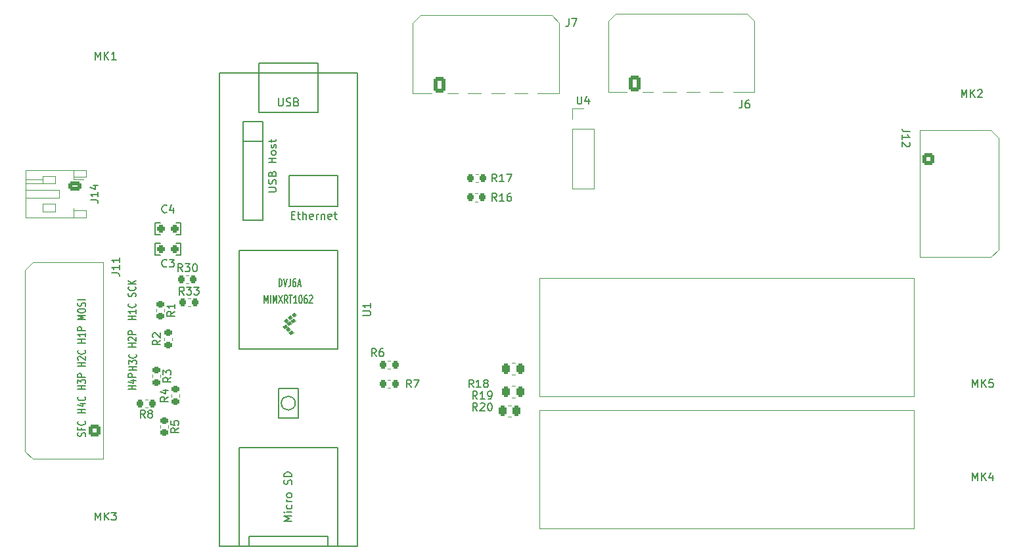
<source format=gto>
G04 #@! TF.GenerationSoftware,KiCad,Pcbnew,9.0.1*
G04 #@! TF.CreationDate,2025-06-09T13:53:08-07:00*
G04 #@! TF.ProjectId,chop_microcontroller_board,63686f70-5f6d-4696-9372-6f636f6e7472,rev?*
G04 #@! TF.SameCoordinates,Original*
G04 #@! TF.FileFunction,Legend,Top*
G04 #@! TF.FilePolarity,Positive*
%FSLAX46Y46*%
G04 Gerber Fmt 4.6, Leading zero omitted, Abs format (unit mm)*
G04 Created by KiCad (PCBNEW 9.0.1) date 2025-06-09 13:53:08*
%MOMM*%
%LPD*%
G01*
G04 APERTURE LIST*
G04 Aperture macros list*
%AMRoundRect*
0 Rectangle with rounded corners*
0 $1 Rounding radius*
0 $2 $3 $4 $5 $6 $7 $8 $9 X,Y pos of 4 corners*
0 Add a 4 corners polygon primitive as box body*
4,1,4,$2,$3,$4,$5,$6,$7,$8,$9,$2,$3,0*
0 Add four circle primitives for the rounded corners*
1,1,$1+$1,$2,$3*
1,1,$1+$1,$4,$5*
1,1,$1+$1,$6,$7*
1,1,$1+$1,$8,$9*
0 Add four rect primitives between the rounded corners*
20,1,$1+$1,$2,$3,$4,$5,0*
20,1,$1+$1,$4,$5,$6,$7,0*
20,1,$1+$1,$6,$7,$8,$9,0*
20,1,$1+$1,$8,$9,$2,$3,0*%
G04 Aperture macros list end*
%ADD10C,0.150000*%
%ADD11C,0.153000*%
%ADD12C,0.120000*%
%ADD13C,0.100000*%
%ADD14RoundRect,0.218750X0.218750X0.256250X-0.218750X0.256250X-0.218750X-0.256250X0.218750X-0.256250X0*%
%ADD15O,1.700000X1.700000*%
%ADD16R,1.700000X1.700000*%
%ADD17C,3.200000*%
%ADD18RoundRect,0.218750X-0.256250X0.218750X-0.256250X-0.218750X0.256250X-0.218750X0.256250X0.218750X0*%
%ADD19RoundRect,0.218750X-0.218750X-0.256250X0.218750X-0.256250X0.218750X0.256250X-0.218750X0.256250X0*%
%ADD20RoundRect,0.218750X0.256250X-0.218750X0.256250X0.218750X-0.256250X0.218750X-0.256250X-0.218750X0*%
%ADD21RoundRect,0.237500X0.287500X0.237500X-0.287500X0.237500X-0.287500X-0.237500X0.287500X-0.237500X0*%
%ADD22C,3.000000*%
%ADD23RoundRect,0.250001X-0.499999X-0.759999X0.499999X-0.759999X0.499999X0.759999X-0.499999X0.759999X0*%
%ADD24O,1.500000X2.020000*%
%ADD25RoundRect,0.250000X-0.625000X0.350000X-0.625000X-0.350000X0.625000X-0.350000X0.625000X0.350000X0*%
%ADD26O,1.750000X1.200000*%
%ADD27C,1.700000*%
%ADD28RoundRect,0.250000X-0.262500X-0.450000X0.262500X-0.450000X0.262500X0.450000X-0.262500X0.450000X0*%
%ADD29RoundRect,0.250001X-0.499999X0.499999X-0.499999X-0.499999X0.499999X-0.499999X0.499999X0.499999X0*%
%ADD30C,1.500000*%
%ADD31RoundRect,0.250001X0.499999X-0.499999X0.499999X0.499999X-0.499999X0.499999X-0.499999X-0.499999X0*%
%ADD32R,2.000000X2.000000*%
%ADD33C,2.000000*%
%ADD34R,3.000000X2.500000*%
%ADD35O,1.600000X2.000000*%
G04 APERTURE END LIST*
D10*
X95869819Y-116710839D02*
X94869819Y-116710839D01*
X95346009Y-116710839D02*
X95346009Y-116253696D01*
X95869819Y-116253696D02*
X94869819Y-116253696D01*
X94965057Y-115910840D02*
X94917438Y-115872744D01*
X94917438Y-115872744D02*
X94869819Y-115796554D01*
X94869819Y-115796554D02*
X94869819Y-115606078D01*
X94869819Y-115606078D02*
X94917438Y-115529887D01*
X94917438Y-115529887D02*
X94965057Y-115491792D01*
X94965057Y-115491792D02*
X95060295Y-115453697D01*
X95060295Y-115453697D02*
X95155533Y-115453697D01*
X95155533Y-115453697D02*
X95298390Y-115491792D01*
X95298390Y-115491792D02*
X95869819Y-115948935D01*
X95869819Y-115948935D02*
X95869819Y-115453697D01*
X95774580Y-114653696D02*
X95822200Y-114691792D01*
X95822200Y-114691792D02*
X95869819Y-114806077D01*
X95869819Y-114806077D02*
X95869819Y-114882268D01*
X95869819Y-114882268D02*
X95822200Y-114996554D01*
X95822200Y-114996554D02*
X95726961Y-115072744D01*
X95726961Y-115072744D02*
X95631723Y-115110839D01*
X95631723Y-115110839D02*
X95441247Y-115148935D01*
X95441247Y-115148935D02*
X95298390Y-115148935D01*
X95298390Y-115148935D02*
X95107914Y-115110839D01*
X95107914Y-115110839D02*
X95012676Y-115072744D01*
X95012676Y-115072744D02*
X94917438Y-114996554D01*
X94917438Y-114996554D02*
X94869819Y-114882268D01*
X94869819Y-114882268D02*
X94869819Y-114806077D01*
X94869819Y-114806077D02*
X94917438Y-114691792D01*
X94917438Y-114691792D02*
X94965057Y-114653696D01*
X102369819Y-114210839D02*
X101369819Y-114210839D01*
X101846009Y-114210839D02*
X101846009Y-113753696D01*
X102369819Y-113753696D02*
X101369819Y-113753696D01*
X101465057Y-113410840D02*
X101417438Y-113372744D01*
X101417438Y-113372744D02*
X101369819Y-113296554D01*
X101369819Y-113296554D02*
X101369819Y-113106078D01*
X101369819Y-113106078D02*
X101417438Y-113029887D01*
X101417438Y-113029887D02*
X101465057Y-112991792D01*
X101465057Y-112991792D02*
X101560295Y-112953697D01*
X101560295Y-112953697D02*
X101655533Y-112953697D01*
X101655533Y-112953697D02*
X101798390Y-112991792D01*
X101798390Y-112991792D02*
X102369819Y-113448935D01*
X102369819Y-113448935D02*
X102369819Y-112953697D01*
X102369819Y-112610839D02*
X101369819Y-112610839D01*
X101369819Y-112610839D02*
X101369819Y-112306077D01*
X101369819Y-112306077D02*
X101417438Y-112229887D01*
X101417438Y-112229887D02*
X101465057Y-112191792D01*
X101465057Y-112191792D02*
X101560295Y-112153696D01*
X101560295Y-112153696D02*
X101703152Y-112153696D01*
X101703152Y-112153696D02*
X101798390Y-112191792D01*
X101798390Y-112191792D02*
X101846009Y-112229887D01*
X101846009Y-112229887D02*
X101893628Y-112306077D01*
X101893628Y-112306077D02*
X101893628Y-112610839D01*
X95869819Y-110710839D02*
X94869819Y-110710839D01*
X94869819Y-110710839D02*
X95584104Y-110444173D01*
X95584104Y-110444173D02*
X94869819Y-110177506D01*
X94869819Y-110177506D02*
X95869819Y-110177506D01*
X94869819Y-109644172D02*
X94869819Y-109491791D01*
X94869819Y-109491791D02*
X94917438Y-109415601D01*
X94917438Y-109415601D02*
X95012676Y-109339410D01*
X95012676Y-109339410D02*
X95203152Y-109301315D01*
X95203152Y-109301315D02*
X95536485Y-109301315D01*
X95536485Y-109301315D02*
X95726961Y-109339410D01*
X95726961Y-109339410D02*
X95822200Y-109415601D01*
X95822200Y-109415601D02*
X95869819Y-109491791D01*
X95869819Y-109491791D02*
X95869819Y-109644172D01*
X95869819Y-109644172D02*
X95822200Y-109720363D01*
X95822200Y-109720363D02*
X95726961Y-109796553D01*
X95726961Y-109796553D02*
X95536485Y-109834649D01*
X95536485Y-109834649D02*
X95203152Y-109834649D01*
X95203152Y-109834649D02*
X95012676Y-109796553D01*
X95012676Y-109796553D02*
X94917438Y-109720363D01*
X94917438Y-109720363D02*
X94869819Y-109644172D01*
X95822200Y-108996554D02*
X95869819Y-108882268D01*
X95869819Y-108882268D02*
X95869819Y-108691792D01*
X95869819Y-108691792D02*
X95822200Y-108615601D01*
X95822200Y-108615601D02*
X95774580Y-108577506D01*
X95774580Y-108577506D02*
X95679342Y-108539411D01*
X95679342Y-108539411D02*
X95584104Y-108539411D01*
X95584104Y-108539411D02*
X95488866Y-108577506D01*
X95488866Y-108577506D02*
X95441247Y-108615601D01*
X95441247Y-108615601D02*
X95393628Y-108691792D01*
X95393628Y-108691792D02*
X95346009Y-108844173D01*
X95346009Y-108844173D02*
X95298390Y-108920363D01*
X95298390Y-108920363D02*
X95250771Y-108958458D01*
X95250771Y-108958458D02*
X95155533Y-108996554D01*
X95155533Y-108996554D02*
X95060295Y-108996554D01*
X95060295Y-108996554D02*
X94965057Y-108958458D01*
X94965057Y-108958458D02*
X94917438Y-108920363D01*
X94917438Y-108920363D02*
X94869819Y-108844173D01*
X94869819Y-108844173D02*
X94869819Y-108653696D01*
X94869819Y-108653696D02*
X94917438Y-108539411D01*
X95869819Y-108196553D02*
X94869819Y-108196553D01*
X102369819Y-110710839D02*
X101369819Y-110710839D01*
X101846009Y-110710839D02*
X101846009Y-110253696D01*
X102369819Y-110253696D02*
X101369819Y-110253696D01*
X102369819Y-109453697D02*
X102369819Y-109910840D01*
X102369819Y-109682268D02*
X101369819Y-109682268D01*
X101369819Y-109682268D02*
X101512676Y-109758459D01*
X101512676Y-109758459D02*
X101607914Y-109834649D01*
X101607914Y-109834649D02*
X101655533Y-109910840D01*
X102274580Y-108653696D02*
X102322200Y-108691792D01*
X102322200Y-108691792D02*
X102369819Y-108806077D01*
X102369819Y-108806077D02*
X102369819Y-108882268D01*
X102369819Y-108882268D02*
X102322200Y-108996554D01*
X102322200Y-108996554D02*
X102226961Y-109072744D01*
X102226961Y-109072744D02*
X102131723Y-109110839D01*
X102131723Y-109110839D02*
X101941247Y-109148935D01*
X101941247Y-109148935D02*
X101798390Y-109148935D01*
X101798390Y-109148935D02*
X101607914Y-109110839D01*
X101607914Y-109110839D02*
X101512676Y-109072744D01*
X101512676Y-109072744D02*
X101417438Y-108996554D01*
X101417438Y-108996554D02*
X101369819Y-108882268D01*
X101369819Y-108882268D02*
X101369819Y-108806077D01*
X101369819Y-108806077D02*
X101417438Y-108691792D01*
X101417438Y-108691792D02*
X101465057Y-108653696D01*
X102322200Y-107748935D02*
X102369819Y-107634649D01*
X102369819Y-107634649D02*
X102369819Y-107444173D01*
X102369819Y-107444173D02*
X102322200Y-107367982D01*
X102322200Y-107367982D02*
X102274580Y-107329887D01*
X102274580Y-107329887D02*
X102179342Y-107291792D01*
X102179342Y-107291792D02*
X102084104Y-107291792D01*
X102084104Y-107291792D02*
X101988866Y-107329887D01*
X101988866Y-107329887D02*
X101941247Y-107367982D01*
X101941247Y-107367982D02*
X101893628Y-107444173D01*
X101893628Y-107444173D02*
X101846009Y-107596554D01*
X101846009Y-107596554D02*
X101798390Y-107672744D01*
X101798390Y-107672744D02*
X101750771Y-107710839D01*
X101750771Y-107710839D02*
X101655533Y-107748935D01*
X101655533Y-107748935D02*
X101560295Y-107748935D01*
X101560295Y-107748935D02*
X101465057Y-107710839D01*
X101465057Y-107710839D02*
X101417438Y-107672744D01*
X101417438Y-107672744D02*
X101369819Y-107596554D01*
X101369819Y-107596554D02*
X101369819Y-107406077D01*
X101369819Y-107406077D02*
X101417438Y-107291792D01*
X102274580Y-106491791D02*
X102322200Y-106529887D01*
X102322200Y-106529887D02*
X102369819Y-106644172D01*
X102369819Y-106644172D02*
X102369819Y-106720363D01*
X102369819Y-106720363D02*
X102322200Y-106834649D01*
X102322200Y-106834649D02*
X102226961Y-106910839D01*
X102226961Y-106910839D02*
X102131723Y-106948934D01*
X102131723Y-106948934D02*
X101941247Y-106987030D01*
X101941247Y-106987030D02*
X101798390Y-106987030D01*
X101798390Y-106987030D02*
X101607914Y-106948934D01*
X101607914Y-106948934D02*
X101512676Y-106910839D01*
X101512676Y-106910839D02*
X101417438Y-106834649D01*
X101417438Y-106834649D02*
X101369819Y-106720363D01*
X101369819Y-106720363D02*
X101369819Y-106644172D01*
X101369819Y-106644172D02*
X101417438Y-106529887D01*
X101417438Y-106529887D02*
X101465057Y-106491791D01*
X102369819Y-106148934D02*
X101369819Y-106148934D01*
X102369819Y-105691791D02*
X101798390Y-106034649D01*
X101369819Y-105691791D02*
X101941247Y-106148934D01*
X102369819Y-119710839D02*
X101369819Y-119710839D01*
X101846009Y-119710839D02*
X101846009Y-119253696D01*
X102369819Y-119253696D02*
X101369819Y-119253696D01*
X101703152Y-118529887D02*
X102369819Y-118529887D01*
X101322200Y-118720363D02*
X102036485Y-118910840D01*
X102036485Y-118910840D02*
X102036485Y-118415601D01*
X102369819Y-118110839D02*
X101369819Y-118110839D01*
X101369819Y-118110839D02*
X101369819Y-117806077D01*
X101369819Y-117806077D02*
X101417438Y-117729887D01*
X101417438Y-117729887D02*
X101465057Y-117691792D01*
X101465057Y-117691792D02*
X101560295Y-117653696D01*
X101560295Y-117653696D02*
X101703152Y-117653696D01*
X101703152Y-117653696D02*
X101798390Y-117691792D01*
X101798390Y-117691792D02*
X101846009Y-117729887D01*
X101846009Y-117729887D02*
X101893628Y-117806077D01*
X101893628Y-117806077D02*
X101893628Y-118110839D01*
X102467438Y-117223778D02*
X101467438Y-117223778D01*
X101943628Y-117223778D02*
X101943628Y-116766635D01*
X102467438Y-116766635D02*
X101467438Y-116766635D01*
X101467438Y-116461874D02*
X101467438Y-115966636D01*
X101467438Y-115966636D02*
X101848390Y-116233302D01*
X101848390Y-116233302D02*
X101848390Y-116119017D01*
X101848390Y-116119017D02*
X101896009Y-116042826D01*
X101896009Y-116042826D02*
X101943628Y-116004731D01*
X101943628Y-116004731D02*
X102038866Y-115966636D01*
X102038866Y-115966636D02*
X102276961Y-115966636D01*
X102276961Y-115966636D02*
X102372199Y-116004731D01*
X102372199Y-116004731D02*
X102419819Y-116042826D01*
X102419819Y-116042826D02*
X102467438Y-116119017D01*
X102467438Y-116119017D02*
X102467438Y-116347588D01*
X102467438Y-116347588D02*
X102419819Y-116423779D01*
X102419819Y-116423779D02*
X102372199Y-116461874D01*
X102372199Y-115166635D02*
X102419819Y-115204731D01*
X102419819Y-115204731D02*
X102467438Y-115319016D01*
X102467438Y-115319016D02*
X102467438Y-115395207D01*
X102467438Y-115395207D02*
X102419819Y-115509493D01*
X102419819Y-115509493D02*
X102324580Y-115585683D01*
X102324580Y-115585683D02*
X102229342Y-115623778D01*
X102229342Y-115623778D02*
X102038866Y-115661874D01*
X102038866Y-115661874D02*
X101896009Y-115661874D01*
X101896009Y-115661874D02*
X101705533Y-115623778D01*
X101705533Y-115623778D02*
X101610295Y-115585683D01*
X101610295Y-115585683D02*
X101515057Y-115509493D01*
X101515057Y-115509493D02*
X101467438Y-115395207D01*
X101467438Y-115395207D02*
X101467438Y-115319016D01*
X101467438Y-115319016D02*
X101515057Y-115204731D01*
X101515057Y-115204731D02*
X101562676Y-115166635D01*
X95822200Y-125748935D02*
X95869819Y-125634649D01*
X95869819Y-125634649D02*
X95869819Y-125444173D01*
X95869819Y-125444173D02*
X95822200Y-125367982D01*
X95822200Y-125367982D02*
X95774580Y-125329887D01*
X95774580Y-125329887D02*
X95679342Y-125291792D01*
X95679342Y-125291792D02*
X95584104Y-125291792D01*
X95584104Y-125291792D02*
X95488866Y-125329887D01*
X95488866Y-125329887D02*
X95441247Y-125367982D01*
X95441247Y-125367982D02*
X95393628Y-125444173D01*
X95393628Y-125444173D02*
X95346009Y-125596554D01*
X95346009Y-125596554D02*
X95298390Y-125672744D01*
X95298390Y-125672744D02*
X95250771Y-125710839D01*
X95250771Y-125710839D02*
X95155533Y-125748935D01*
X95155533Y-125748935D02*
X95060295Y-125748935D01*
X95060295Y-125748935D02*
X94965057Y-125710839D01*
X94965057Y-125710839D02*
X94917438Y-125672744D01*
X94917438Y-125672744D02*
X94869819Y-125596554D01*
X94869819Y-125596554D02*
X94869819Y-125406077D01*
X94869819Y-125406077D02*
X94917438Y-125291792D01*
X95346009Y-124682268D02*
X95346009Y-124948934D01*
X95869819Y-124948934D02*
X94869819Y-124948934D01*
X94869819Y-124948934D02*
X94869819Y-124567982D01*
X95774580Y-123806077D02*
X95822200Y-123844173D01*
X95822200Y-123844173D02*
X95869819Y-123958458D01*
X95869819Y-123958458D02*
X95869819Y-124034649D01*
X95869819Y-124034649D02*
X95822200Y-124148935D01*
X95822200Y-124148935D02*
X95726961Y-124225125D01*
X95726961Y-124225125D02*
X95631723Y-124263220D01*
X95631723Y-124263220D02*
X95441247Y-124301316D01*
X95441247Y-124301316D02*
X95298390Y-124301316D01*
X95298390Y-124301316D02*
X95107914Y-124263220D01*
X95107914Y-124263220D02*
X95012676Y-124225125D01*
X95012676Y-124225125D02*
X94917438Y-124148935D01*
X94917438Y-124148935D02*
X94869819Y-124034649D01*
X94869819Y-124034649D02*
X94869819Y-123958458D01*
X94869819Y-123958458D02*
X94917438Y-123844173D01*
X94917438Y-123844173D02*
X94965057Y-123806077D01*
X95869819Y-119710839D02*
X94869819Y-119710839D01*
X95346009Y-119710839D02*
X95346009Y-119253696D01*
X95869819Y-119253696D02*
X94869819Y-119253696D01*
X94869819Y-118948935D02*
X94869819Y-118453697D01*
X94869819Y-118453697D02*
X95250771Y-118720363D01*
X95250771Y-118720363D02*
X95250771Y-118606078D01*
X95250771Y-118606078D02*
X95298390Y-118529887D01*
X95298390Y-118529887D02*
X95346009Y-118491792D01*
X95346009Y-118491792D02*
X95441247Y-118453697D01*
X95441247Y-118453697D02*
X95679342Y-118453697D01*
X95679342Y-118453697D02*
X95774580Y-118491792D01*
X95774580Y-118491792D02*
X95822200Y-118529887D01*
X95822200Y-118529887D02*
X95869819Y-118606078D01*
X95869819Y-118606078D02*
X95869819Y-118834649D01*
X95869819Y-118834649D02*
X95822200Y-118910840D01*
X95822200Y-118910840D02*
X95774580Y-118948935D01*
X95869819Y-118110839D02*
X94869819Y-118110839D01*
X94869819Y-118110839D02*
X94869819Y-117806077D01*
X94869819Y-117806077D02*
X94917438Y-117729887D01*
X94917438Y-117729887D02*
X94965057Y-117691792D01*
X94965057Y-117691792D02*
X95060295Y-117653696D01*
X95060295Y-117653696D02*
X95203152Y-117653696D01*
X95203152Y-117653696D02*
X95298390Y-117691792D01*
X95298390Y-117691792D02*
X95346009Y-117729887D01*
X95346009Y-117729887D02*
X95393628Y-117806077D01*
X95393628Y-117806077D02*
X95393628Y-118110839D01*
X95869819Y-113710839D02*
X94869819Y-113710839D01*
X95346009Y-113710839D02*
X95346009Y-113253696D01*
X95869819Y-113253696D02*
X94869819Y-113253696D01*
X95869819Y-112453697D02*
X95869819Y-112910840D01*
X95869819Y-112682268D02*
X94869819Y-112682268D01*
X94869819Y-112682268D02*
X95012676Y-112758459D01*
X95012676Y-112758459D02*
X95107914Y-112834649D01*
X95107914Y-112834649D02*
X95155533Y-112910840D01*
X95869819Y-112110839D02*
X94869819Y-112110839D01*
X94869819Y-112110839D02*
X94869819Y-111806077D01*
X94869819Y-111806077D02*
X94917438Y-111729887D01*
X94917438Y-111729887D02*
X94965057Y-111691792D01*
X94965057Y-111691792D02*
X95060295Y-111653696D01*
X95060295Y-111653696D02*
X95203152Y-111653696D01*
X95203152Y-111653696D02*
X95298390Y-111691792D01*
X95298390Y-111691792D02*
X95346009Y-111729887D01*
X95346009Y-111729887D02*
X95393628Y-111806077D01*
X95393628Y-111806077D02*
X95393628Y-112110839D01*
X95869819Y-122710839D02*
X94869819Y-122710839D01*
X95346009Y-122710839D02*
X95346009Y-122253696D01*
X95869819Y-122253696D02*
X94869819Y-122253696D01*
X95203152Y-121529887D02*
X95869819Y-121529887D01*
X94822200Y-121720363D02*
X95536485Y-121910840D01*
X95536485Y-121910840D02*
X95536485Y-121415601D01*
X95774580Y-120653696D02*
X95822200Y-120691792D01*
X95822200Y-120691792D02*
X95869819Y-120806077D01*
X95869819Y-120806077D02*
X95869819Y-120882268D01*
X95869819Y-120882268D02*
X95822200Y-120996554D01*
X95822200Y-120996554D02*
X95726961Y-121072744D01*
X95726961Y-121072744D02*
X95631723Y-121110839D01*
X95631723Y-121110839D02*
X95441247Y-121148935D01*
X95441247Y-121148935D02*
X95298390Y-121148935D01*
X95298390Y-121148935D02*
X95107914Y-121110839D01*
X95107914Y-121110839D02*
X95012676Y-121072744D01*
X95012676Y-121072744D02*
X94917438Y-120996554D01*
X94917438Y-120996554D02*
X94869819Y-120882268D01*
X94869819Y-120882268D02*
X94869819Y-120806077D01*
X94869819Y-120806077D02*
X94917438Y-120691792D01*
X94917438Y-120691792D02*
X94965057Y-120653696D01*
X103545833Y-123384819D02*
X103212500Y-122908628D01*
X102974405Y-123384819D02*
X102974405Y-122384819D01*
X102974405Y-122384819D02*
X103355357Y-122384819D01*
X103355357Y-122384819D02*
X103450595Y-122432438D01*
X103450595Y-122432438D02*
X103498214Y-122480057D01*
X103498214Y-122480057D02*
X103545833Y-122575295D01*
X103545833Y-122575295D02*
X103545833Y-122718152D01*
X103545833Y-122718152D02*
X103498214Y-122813390D01*
X103498214Y-122813390D02*
X103450595Y-122861009D01*
X103450595Y-122861009D02*
X103355357Y-122908628D01*
X103355357Y-122908628D02*
X102974405Y-122908628D01*
X104117262Y-122813390D02*
X104022024Y-122765771D01*
X104022024Y-122765771D02*
X103974405Y-122718152D01*
X103974405Y-122718152D02*
X103926786Y-122622914D01*
X103926786Y-122622914D02*
X103926786Y-122575295D01*
X103926786Y-122575295D02*
X103974405Y-122480057D01*
X103974405Y-122480057D02*
X104022024Y-122432438D01*
X104022024Y-122432438D02*
X104117262Y-122384819D01*
X104117262Y-122384819D02*
X104307738Y-122384819D01*
X104307738Y-122384819D02*
X104402976Y-122432438D01*
X104402976Y-122432438D02*
X104450595Y-122480057D01*
X104450595Y-122480057D02*
X104498214Y-122575295D01*
X104498214Y-122575295D02*
X104498214Y-122622914D01*
X104498214Y-122622914D02*
X104450595Y-122718152D01*
X104450595Y-122718152D02*
X104402976Y-122765771D01*
X104402976Y-122765771D02*
X104307738Y-122813390D01*
X104307738Y-122813390D02*
X104117262Y-122813390D01*
X104117262Y-122813390D02*
X104022024Y-122861009D01*
X104022024Y-122861009D02*
X103974405Y-122908628D01*
X103974405Y-122908628D02*
X103926786Y-123003866D01*
X103926786Y-123003866D02*
X103926786Y-123194342D01*
X103926786Y-123194342D02*
X103974405Y-123289580D01*
X103974405Y-123289580D02*
X104022024Y-123337200D01*
X104022024Y-123337200D02*
X104117262Y-123384819D01*
X104117262Y-123384819D02*
X104307738Y-123384819D01*
X104307738Y-123384819D02*
X104402976Y-123337200D01*
X104402976Y-123337200D02*
X104450595Y-123289580D01*
X104450595Y-123289580D02*
X104498214Y-123194342D01*
X104498214Y-123194342D02*
X104498214Y-123003866D01*
X104498214Y-123003866D02*
X104450595Y-122908628D01*
X104450595Y-122908628D02*
X104402976Y-122861009D01*
X104402976Y-122861009D02*
X104307738Y-122813390D01*
D11*
X131614663Y-110171904D02*
X132424186Y-110171904D01*
X132424186Y-110171904D02*
X132519424Y-110124285D01*
X132519424Y-110124285D02*
X132567044Y-110076666D01*
X132567044Y-110076666D02*
X132614663Y-109981428D01*
X132614663Y-109981428D02*
X132614663Y-109790952D01*
X132614663Y-109790952D02*
X132567044Y-109695714D01*
X132567044Y-109695714D02*
X132519424Y-109648095D01*
X132519424Y-109648095D02*
X132424186Y-109600476D01*
X132424186Y-109600476D02*
X131614663Y-109600476D01*
X132614663Y-108600476D02*
X132614663Y-109171904D01*
X132614663Y-108886190D02*
X131614663Y-108886190D01*
X131614663Y-108886190D02*
X131757520Y-108981428D01*
X131757520Y-108981428D02*
X131852758Y-109076666D01*
X131852758Y-109076666D02*
X131900377Y-109171904D01*
X120796666Y-106454663D02*
X120796666Y-105454663D01*
X120796666Y-105454663D02*
X120963333Y-105454663D01*
X120963333Y-105454663D02*
X121063333Y-105502282D01*
X121063333Y-105502282D02*
X121130000Y-105597520D01*
X121130000Y-105597520D02*
X121163333Y-105692758D01*
X121163333Y-105692758D02*
X121196666Y-105883234D01*
X121196666Y-105883234D02*
X121196666Y-106026091D01*
X121196666Y-106026091D02*
X121163333Y-106216567D01*
X121163333Y-106216567D02*
X121130000Y-106311805D01*
X121130000Y-106311805D02*
X121063333Y-106407044D01*
X121063333Y-106407044D02*
X120963333Y-106454663D01*
X120963333Y-106454663D02*
X120796666Y-106454663D01*
X121396666Y-105454663D02*
X121630000Y-106454663D01*
X121630000Y-106454663D02*
X121863333Y-105454663D01*
X122296666Y-105454663D02*
X122296666Y-106168948D01*
X122296666Y-106168948D02*
X122263333Y-106311805D01*
X122263333Y-106311805D02*
X122196666Y-106407044D01*
X122196666Y-106407044D02*
X122096666Y-106454663D01*
X122096666Y-106454663D02*
X122030000Y-106454663D01*
X122929999Y-105454663D02*
X122796666Y-105454663D01*
X122796666Y-105454663D02*
X122729999Y-105502282D01*
X122729999Y-105502282D02*
X122696666Y-105549901D01*
X122696666Y-105549901D02*
X122629999Y-105692758D01*
X122629999Y-105692758D02*
X122596666Y-105883234D01*
X122596666Y-105883234D02*
X122596666Y-106264186D01*
X122596666Y-106264186D02*
X122629999Y-106359424D01*
X122629999Y-106359424D02*
X122663333Y-106407044D01*
X122663333Y-106407044D02*
X122729999Y-106454663D01*
X122729999Y-106454663D02*
X122863333Y-106454663D01*
X122863333Y-106454663D02*
X122929999Y-106407044D01*
X122929999Y-106407044D02*
X122963333Y-106359424D01*
X122963333Y-106359424D02*
X122996666Y-106264186D01*
X122996666Y-106264186D02*
X122996666Y-106026091D01*
X122996666Y-106026091D02*
X122963333Y-105930853D01*
X122963333Y-105930853D02*
X122929999Y-105883234D01*
X122929999Y-105883234D02*
X122863333Y-105835615D01*
X122863333Y-105835615D02*
X122729999Y-105835615D01*
X122729999Y-105835615D02*
X122663333Y-105883234D01*
X122663333Y-105883234D02*
X122629999Y-105930853D01*
X122629999Y-105930853D02*
X122596666Y-106026091D01*
X123263333Y-106168948D02*
X123596666Y-106168948D01*
X123196666Y-106454663D02*
X123430000Y-105454663D01*
X123430000Y-105454663D02*
X123663333Y-106454663D01*
X119454663Y-94253723D02*
X120264186Y-94253723D01*
X120264186Y-94253723D02*
X120359424Y-94206104D01*
X120359424Y-94206104D02*
X120407044Y-94158485D01*
X120407044Y-94158485D02*
X120454663Y-94063247D01*
X120454663Y-94063247D02*
X120454663Y-93872771D01*
X120454663Y-93872771D02*
X120407044Y-93777533D01*
X120407044Y-93777533D02*
X120359424Y-93729914D01*
X120359424Y-93729914D02*
X120264186Y-93682295D01*
X120264186Y-93682295D02*
X119454663Y-93682295D01*
X120407044Y-93253723D02*
X120454663Y-93110866D01*
X120454663Y-93110866D02*
X120454663Y-92872771D01*
X120454663Y-92872771D02*
X120407044Y-92777533D01*
X120407044Y-92777533D02*
X120359424Y-92729914D01*
X120359424Y-92729914D02*
X120264186Y-92682295D01*
X120264186Y-92682295D02*
X120168948Y-92682295D01*
X120168948Y-92682295D02*
X120073710Y-92729914D01*
X120073710Y-92729914D02*
X120026091Y-92777533D01*
X120026091Y-92777533D02*
X119978472Y-92872771D01*
X119978472Y-92872771D02*
X119930853Y-93063247D01*
X119930853Y-93063247D02*
X119883234Y-93158485D01*
X119883234Y-93158485D02*
X119835615Y-93206104D01*
X119835615Y-93206104D02*
X119740377Y-93253723D01*
X119740377Y-93253723D02*
X119645139Y-93253723D01*
X119645139Y-93253723D02*
X119549901Y-93206104D01*
X119549901Y-93206104D02*
X119502282Y-93158485D01*
X119502282Y-93158485D02*
X119454663Y-93063247D01*
X119454663Y-93063247D02*
X119454663Y-92825152D01*
X119454663Y-92825152D02*
X119502282Y-92682295D01*
X119930853Y-91920390D02*
X119978472Y-91777533D01*
X119978472Y-91777533D02*
X120026091Y-91729914D01*
X120026091Y-91729914D02*
X120121329Y-91682295D01*
X120121329Y-91682295D02*
X120264186Y-91682295D01*
X120264186Y-91682295D02*
X120359424Y-91729914D01*
X120359424Y-91729914D02*
X120407044Y-91777533D01*
X120407044Y-91777533D02*
X120454663Y-91872771D01*
X120454663Y-91872771D02*
X120454663Y-92253723D01*
X120454663Y-92253723D02*
X119454663Y-92253723D01*
X119454663Y-92253723D02*
X119454663Y-91920390D01*
X119454663Y-91920390D02*
X119502282Y-91825152D01*
X119502282Y-91825152D02*
X119549901Y-91777533D01*
X119549901Y-91777533D02*
X119645139Y-91729914D01*
X119645139Y-91729914D02*
X119740377Y-91729914D01*
X119740377Y-91729914D02*
X119835615Y-91777533D01*
X119835615Y-91777533D02*
X119883234Y-91825152D01*
X119883234Y-91825152D02*
X119930853Y-91920390D01*
X119930853Y-91920390D02*
X119930853Y-92253723D01*
X120454663Y-90491818D02*
X119454663Y-90491818D01*
X119930853Y-90491818D02*
X119930853Y-89920390D01*
X120454663Y-89920390D02*
X119454663Y-89920390D01*
X120454663Y-89301342D02*
X120407044Y-89396580D01*
X120407044Y-89396580D02*
X120359424Y-89444199D01*
X120359424Y-89444199D02*
X120264186Y-89491818D01*
X120264186Y-89491818D02*
X119978472Y-89491818D01*
X119978472Y-89491818D02*
X119883234Y-89444199D01*
X119883234Y-89444199D02*
X119835615Y-89396580D01*
X119835615Y-89396580D02*
X119787996Y-89301342D01*
X119787996Y-89301342D02*
X119787996Y-89158485D01*
X119787996Y-89158485D02*
X119835615Y-89063247D01*
X119835615Y-89063247D02*
X119883234Y-89015628D01*
X119883234Y-89015628D02*
X119978472Y-88968009D01*
X119978472Y-88968009D02*
X120264186Y-88968009D01*
X120264186Y-88968009D02*
X120359424Y-89015628D01*
X120359424Y-89015628D02*
X120407044Y-89063247D01*
X120407044Y-89063247D02*
X120454663Y-89158485D01*
X120454663Y-89158485D02*
X120454663Y-89301342D01*
X120407044Y-88587056D02*
X120454663Y-88491818D01*
X120454663Y-88491818D02*
X120454663Y-88301342D01*
X120454663Y-88301342D02*
X120407044Y-88206104D01*
X120407044Y-88206104D02*
X120311805Y-88158485D01*
X120311805Y-88158485D02*
X120264186Y-88158485D01*
X120264186Y-88158485D02*
X120168948Y-88206104D01*
X120168948Y-88206104D02*
X120121329Y-88301342D01*
X120121329Y-88301342D02*
X120121329Y-88444199D01*
X120121329Y-88444199D02*
X120073710Y-88539437D01*
X120073710Y-88539437D02*
X119978472Y-88587056D01*
X119978472Y-88587056D02*
X119930853Y-88587056D01*
X119930853Y-88587056D02*
X119835615Y-88539437D01*
X119835615Y-88539437D02*
X119787996Y-88444199D01*
X119787996Y-88444199D02*
X119787996Y-88301342D01*
X119787996Y-88301342D02*
X119835615Y-88206104D01*
X119787996Y-87872770D02*
X119787996Y-87491818D01*
X119454663Y-87729913D02*
X120311805Y-87729913D01*
X120311805Y-87729913D02*
X120407044Y-87682294D01*
X120407044Y-87682294D02*
X120454663Y-87587056D01*
X120454663Y-87587056D02*
X120454663Y-87491818D01*
X122454663Y-136659047D02*
X121454663Y-136659047D01*
X121454663Y-136659047D02*
X122168948Y-136325714D01*
X122168948Y-136325714D02*
X121454663Y-135992381D01*
X121454663Y-135992381D02*
X122454663Y-135992381D01*
X122454663Y-135516190D02*
X121787996Y-135516190D01*
X121454663Y-135516190D02*
X121502282Y-135563809D01*
X121502282Y-135563809D02*
X121549901Y-135516190D01*
X121549901Y-135516190D02*
X121502282Y-135468571D01*
X121502282Y-135468571D02*
X121454663Y-135516190D01*
X121454663Y-135516190D02*
X121549901Y-135516190D01*
X122407044Y-134611429D02*
X122454663Y-134706667D01*
X122454663Y-134706667D02*
X122454663Y-134897143D01*
X122454663Y-134897143D02*
X122407044Y-134992381D01*
X122407044Y-134992381D02*
X122359424Y-135040000D01*
X122359424Y-135040000D02*
X122264186Y-135087619D01*
X122264186Y-135087619D02*
X121978472Y-135087619D01*
X121978472Y-135087619D02*
X121883234Y-135040000D01*
X121883234Y-135040000D02*
X121835615Y-134992381D01*
X121835615Y-134992381D02*
X121787996Y-134897143D01*
X121787996Y-134897143D02*
X121787996Y-134706667D01*
X121787996Y-134706667D02*
X121835615Y-134611429D01*
X122454663Y-134182857D02*
X121787996Y-134182857D01*
X121978472Y-134182857D02*
X121883234Y-134135238D01*
X121883234Y-134135238D02*
X121835615Y-134087619D01*
X121835615Y-134087619D02*
X121787996Y-133992381D01*
X121787996Y-133992381D02*
X121787996Y-133897143D01*
X122454663Y-133420952D02*
X122407044Y-133516190D01*
X122407044Y-133516190D02*
X122359424Y-133563809D01*
X122359424Y-133563809D02*
X122264186Y-133611428D01*
X122264186Y-133611428D02*
X121978472Y-133611428D01*
X121978472Y-133611428D02*
X121883234Y-133563809D01*
X121883234Y-133563809D02*
X121835615Y-133516190D01*
X121835615Y-133516190D02*
X121787996Y-133420952D01*
X121787996Y-133420952D02*
X121787996Y-133278095D01*
X121787996Y-133278095D02*
X121835615Y-133182857D01*
X121835615Y-133182857D02*
X121883234Y-133135238D01*
X121883234Y-133135238D02*
X121978472Y-133087619D01*
X121978472Y-133087619D02*
X122264186Y-133087619D01*
X122264186Y-133087619D02*
X122359424Y-133135238D01*
X122359424Y-133135238D02*
X122407044Y-133182857D01*
X122407044Y-133182857D02*
X122454663Y-133278095D01*
X122454663Y-133278095D02*
X122454663Y-133420952D01*
X122407044Y-131944761D02*
X122454663Y-131801904D01*
X122454663Y-131801904D02*
X122454663Y-131563809D01*
X122454663Y-131563809D02*
X122407044Y-131468571D01*
X122407044Y-131468571D02*
X122359424Y-131420952D01*
X122359424Y-131420952D02*
X122264186Y-131373333D01*
X122264186Y-131373333D02*
X122168948Y-131373333D01*
X122168948Y-131373333D02*
X122073710Y-131420952D01*
X122073710Y-131420952D02*
X122026091Y-131468571D01*
X122026091Y-131468571D02*
X121978472Y-131563809D01*
X121978472Y-131563809D02*
X121930853Y-131754285D01*
X121930853Y-131754285D02*
X121883234Y-131849523D01*
X121883234Y-131849523D02*
X121835615Y-131897142D01*
X121835615Y-131897142D02*
X121740377Y-131944761D01*
X121740377Y-131944761D02*
X121645139Y-131944761D01*
X121645139Y-131944761D02*
X121549901Y-131897142D01*
X121549901Y-131897142D02*
X121502282Y-131849523D01*
X121502282Y-131849523D02*
X121454663Y-131754285D01*
X121454663Y-131754285D02*
X121454663Y-131516190D01*
X121454663Y-131516190D02*
X121502282Y-131373333D01*
X122454663Y-130944761D02*
X121454663Y-130944761D01*
X121454663Y-130944761D02*
X121454663Y-130706666D01*
X121454663Y-130706666D02*
X121502282Y-130563809D01*
X121502282Y-130563809D02*
X121597520Y-130468571D01*
X121597520Y-130468571D02*
X121692758Y-130420952D01*
X121692758Y-130420952D02*
X121883234Y-130373333D01*
X121883234Y-130373333D02*
X122026091Y-130373333D01*
X122026091Y-130373333D02*
X122216567Y-130420952D01*
X122216567Y-130420952D02*
X122311805Y-130468571D01*
X122311805Y-130468571D02*
X122407044Y-130563809D01*
X122407044Y-130563809D02*
X122454663Y-130706666D01*
X122454663Y-130706666D02*
X122454663Y-130944761D01*
X120738095Y-82194663D02*
X120738095Y-83004186D01*
X120738095Y-83004186D02*
X120785714Y-83099424D01*
X120785714Y-83099424D02*
X120833333Y-83147044D01*
X120833333Y-83147044D02*
X120928571Y-83194663D01*
X120928571Y-83194663D02*
X121119047Y-83194663D01*
X121119047Y-83194663D02*
X121214285Y-83147044D01*
X121214285Y-83147044D02*
X121261904Y-83099424D01*
X121261904Y-83099424D02*
X121309523Y-83004186D01*
X121309523Y-83004186D02*
X121309523Y-82194663D01*
X121738095Y-83147044D02*
X121880952Y-83194663D01*
X121880952Y-83194663D02*
X122119047Y-83194663D01*
X122119047Y-83194663D02*
X122214285Y-83147044D01*
X122214285Y-83147044D02*
X122261904Y-83099424D01*
X122261904Y-83099424D02*
X122309523Y-83004186D01*
X122309523Y-83004186D02*
X122309523Y-82908948D01*
X122309523Y-82908948D02*
X122261904Y-82813710D01*
X122261904Y-82813710D02*
X122214285Y-82766091D01*
X122214285Y-82766091D02*
X122119047Y-82718472D01*
X122119047Y-82718472D02*
X121928571Y-82670853D01*
X121928571Y-82670853D02*
X121833333Y-82623234D01*
X121833333Y-82623234D02*
X121785714Y-82575615D01*
X121785714Y-82575615D02*
X121738095Y-82480377D01*
X121738095Y-82480377D02*
X121738095Y-82385139D01*
X121738095Y-82385139D02*
X121785714Y-82289901D01*
X121785714Y-82289901D02*
X121833333Y-82242282D01*
X121833333Y-82242282D02*
X121928571Y-82194663D01*
X121928571Y-82194663D02*
X122166666Y-82194663D01*
X122166666Y-82194663D02*
X122309523Y-82242282D01*
X123071428Y-82670853D02*
X123214285Y-82718472D01*
X123214285Y-82718472D02*
X123261904Y-82766091D01*
X123261904Y-82766091D02*
X123309523Y-82861329D01*
X123309523Y-82861329D02*
X123309523Y-83004186D01*
X123309523Y-83004186D02*
X123261904Y-83099424D01*
X123261904Y-83099424D02*
X123214285Y-83147044D01*
X123214285Y-83147044D02*
X123119047Y-83194663D01*
X123119047Y-83194663D02*
X122738095Y-83194663D01*
X122738095Y-83194663D02*
X122738095Y-82194663D01*
X122738095Y-82194663D02*
X123071428Y-82194663D01*
X123071428Y-82194663D02*
X123166666Y-82242282D01*
X123166666Y-82242282D02*
X123214285Y-82289901D01*
X123214285Y-82289901D02*
X123261904Y-82385139D01*
X123261904Y-82385139D02*
X123261904Y-82480377D01*
X123261904Y-82480377D02*
X123214285Y-82575615D01*
X123214285Y-82575615D02*
X123166666Y-82623234D01*
X123166666Y-82623234D02*
X123071428Y-82670853D01*
X123071428Y-82670853D02*
X122738095Y-82670853D01*
X118916666Y-108594663D02*
X118916666Y-107594663D01*
X118916666Y-107594663D02*
X119150000Y-108308948D01*
X119150000Y-108308948D02*
X119383333Y-107594663D01*
X119383333Y-107594663D02*
X119383333Y-108594663D01*
X119716666Y-108594663D02*
X119716666Y-107594663D01*
X120049999Y-108594663D02*
X120049999Y-107594663D01*
X120049999Y-107594663D02*
X120283333Y-108308948D01*
X120283333Y-108308948D02*
X120516666Y-107594663D01*
X120516666Y-107594663D02*
X120516666Y-108594663D01*
X120783333Y-107594663D02*
X121249999Y-108594663D01*
X121249999Y-107594663D02*
X120783333Y-108594663D01*
X121916666Y-108594663D02*
X121683333Y-108118472D01*
X121516666Y-108594663D02*
X121516666Y-107594663D01*
X121516666Y-107594663D02*
X121783333Y-107594663D01*
X121783333Y-107594663D02*
X121850000Y-107642282D01*
X121850000Y-107642282D02*
X121883333Y-107689901D01*
X121883333Y-107689901D02*
X121916666Y-107785139D01*
X121916666Y-107785139D02*
X121916666Y-107927996D01*
X121916666Y-107927996D02*
X121883333Y-108023234D01*
X121883333Y-108023234D02*
X121850000Y-108070853D01*
X121850000Y-108070853D02*
X121783333Y-108118472D01*
X121783333Y-108118472D02*
X121516666Y-108118472D01*
X122116666Y-107594663D02*
X122516666Y-107594663D01*
X122316666Y-108594663D02*
X122316666Y-107594663D01*
X123116666Y-108594663D02*
X122716666Y-108594663D01*
X122916666Y-108594663D02*
X122916666Y-107594663D01*
X122916666Y-107594663D02*
X122849999Y-107737520D01*
X122849999Y-107737520D02*
X122783333Y-107832758D01*
X122783333Y-107832758D02*
X122716666Y-107880377D01*
X123550000Y-107594663D02*
X123616666Y-107594663D01*
X123616666Y-107594663D02*
X123683333Y-107642282D01*
X123683333Y-107642282D02*
X123716666Y-107689901D01*
X123716666Y-107689901D02*
X123750000Y-107785139D01*
X123750000Y-107785139D02*
X123783333Y-107975615D01*
X123783333Y-107975615D02*
X123783333Y-108213710D01*
X123783333Y-108213710D02*
X123750000Y-108404186D01*
X123750000Y-108404186D02*
X123716666Y-108499424D01*
X123716666Y-108499424D02*
X123683333Y-108547044D01*
X123683333Y-108547044D02*
X123616666Y-108594663D01*
X123616666Y-108594663D02*
X123550000Y-108594663D01*
X123550000Y-108594663D02*
X123483333Y-108547044D01*
X123483333Y-108547044D02*
X123450000Y-108499424D01*
X123450000Y-108499424D02*
X123416666Y-108404186D01*
X123416666Y-108404186D02*
X123383333Y-108213710D01*
X123383333Y-108213710D02*
X123383333Y-107975615D01*
X123383333Y-107975615D02*
X123416666Y-107785139D01*
X123416666Y-107785139D02*
X123450000Y-107689901D01*
X123450000Y-107689901D02*
X123483333Y-107642282D01*
X123483333Y-107642282D02*
X123550000Y-107594663D01*
X124383333Y-107594663D02*
X124250000Y-107594663D01*
X124250000Y-107594663D02*
X124183333Y-107642282D01*
X124183333Y-107642282D02*
X124150000Y-107689901D01*
X124150000Y-107689901D02*
X124083333Y-107832758D01*
X124083333Y-107832758D02*
X124050000Y-108023234D01*
X124050000Y-108023234D02*
X124050000Y-108404186D01*
X124050000Y-108404186D02*
X124083333Y-108499424D01*
X124083333Y-108499424D02*
X124116667Y-108547044D01*
X124116667Y-108547044D02*
X124183333Y-108594663D01*
X124183333Y-108594663D02*
X124316667Y-108594663D01*
X124316667Y-108594663D02*
X124383333Y-108547044D01*
X124383333Y-108547044D02*
X124416667Y-108499424D01*
X124416667Y-108499424D02*
X124450000Y-108404186D01*
X124450000Y-108404186D02*
X124450000Y-108166091D01*
X124450000Y-108166091D02*
X124416667Y-108070853D01*
X124416667Y-108070853D02*
X124383333Y-108023234D01*
X124383333Y-108023234D02*
X124316667Y-107975615D01*
X124316667Y-107975615D02*
X124183333Y-107975615D01*
X124183333Y-107975615D02*
X124116667Y-108023234D01*
X124116667Y-108023234D02*
X124083333Y-108070853D01*
X124083333Y-108070853D02*
X124050000Y-108166091D01*
X124716667Y-107689901D02*
X124750000Y-107642282D01*
X124750000Y-107642282D02*
X124816667Y-107594663D01*
X124816667Y-107594663D02*
X124983334Y-107594663D01*
X124983334Y-107594663D02*
X125050000Y-107642282D01*
X125050000Y-107642282D02*
X125083334Y-107689901D01*
X125083334Y-107689901D02*
X125116667Y-107785139D01*
X125116667Y-107785139D02*
X125116667Y-107880377D01*
X125116667Y-107880377D02*
X125083334Y-108023234D01*
X125083334Y-108023234D02*
X124683334Y-108594663D01*
X124683334Y-108594663D02*
X125116667Y-108594663D01*
X122419456Y-97275853D02*
X122752789Y-97275853D01*
X122895646Y-97799663D02*
X122419456Y-97799663D01*
X122419456Y-97799663D02*
X122419456Y-96799663D01*
X122419456Y-96799663D02*
X122895646Y-96799663D01*
X123181361Y-97132996D02*
X123562313Y-97132996D01*
X123324218Y-96799663D02*
X123324218Y-97656805D01*
X123324218Y-97656805D02*
X123371837Y-97752044D01*
X123371837Y-97752044D02*
X123467075Y-97799663D01*
X123467075Y-97799663D02*
X123562313Y-97799663D01*
X123895647Y-97799663D02*
X123895647Y-96799663D01*
X124324218Y-97799663D02*
X124324218Y-97275853D01*
X124324218Y-97275853D02*
X124276599Y-97180615D01*
X124276599Y-97180615D02*
X124181361Y-97132996D01*
X124181361Y-97132996D02*
X124038504Y-97132996D01*
X124038504Y-97132996D02*
X123943266Y-97180615D01*
X123943266Y-97180615D02*
X123895647Y-97228234D01*
X125181361Y-97752044D02*
X125086123Y-97799663D01*
X125086123Y-97799663D02*
X124895647Y-97799663D01*
X124895647Y-97799663D02*
X124800409Y-97752044D01*
X124800409Y-97752044D02*
X124752790Y-97656805D01*
X124752790Y-97656805D02*
X124752790Y-97275853D01*
X124752790Y-97275853D02*
X124800409Y-97180615D01*
X124800409Y-97180615D02*
X124895647Y-97132996D01*
X124895647Y-97132996D02*
X125086123Y-97132996D01*
X125086123Y-97132996D02*
X125181361Y-97180615D01*
X125181361Y-97180615D02*
X125228980Y-97275853D01*
X125228980Y-97275853D02*
X125228980Y-97371091D01*
X125228980Y-97371091D02*
X124752790Y-97466329D01*
X125657552Y-97799663D02*
X125657552Y-97132996D01*
X125657552Y-97323472D02*
X125705171Y-97228234D01*
X125705171Y-97228234D02*
X125752790Y-97180615D01*
X125752790Y-97180615D02*
X125848028Y-97132996D01*
X125848028Y-97132996D02*
X125943266Y-97132996D01*
X126276600Y-97132996D02*
X126276600Y-97799663D01*
X126276600Y-97228234D02*
X126324219Y-97180615D01*
X126324219Y-97180615D02*
X126419457Y-97132996D01*
X126419457Y-97132996D02*
X126562314Y-97132996D01*
X126562314Y-97132996D02*
X126657552Y-97180615D01*
X126657552Y-97180615D02*
X126705171Y-97275853D01*
X126705171Y-97275853D02*
X126705171Y-97799663D01*
X127562314Y-97752044D02*
X127467076Y-97799663D01*
X127467076Y-97799663D02*
X127276600Y-97799663D01*
X127276600Y-97799663D02*
X127181362Y-97752044D01*
X127181362Y-97752044D02*
X127133743Y-97656805D01*
X127133743Y-97656805D02*
X127133743Y-97275853D01*
X127133743Y-97275853D02*
X127181362Y-97180615D01*
X127181362Y-97180615D02*
X127276600Y-97132996D01*
X127276600Y-97132996D02*
X127467076Y-97132996D01*
X127467076Y-97132996D02*
X127562314Y-97180615D01*
X127562314Y-97180615D02*
X127609933Y-97275853D01*
X127609933Y-97275853D02*
X127609933Y-97371091D01*
X127609933Y-97371091D02*
X127133743Y-97466329D01*
X127895648Y-97132996D02*
X128276600Y-97132996D01*
X128038505Y-96799663D02*
X128038505Y-97656805D01*
X128038505Y-97656805D02*
X128086124Y-97752044D01*
X128086124Y-97752044D02*
X128181362Y-97799663D01*
X128181362Y-97799663D02*
X128276600Y-97799663D01*
D10*
X208768076Y-82098819D02*
X208768076Y-81098819D01*
X208768076Y-81098819D02*
X209101409Y-81813104D01*
X209101409Y-81813104D02*
X209434742Y-81098819D01*
X209434742Y-81098819D02*
X209434742Y-82098819D01*
X209910933Y-82098819D02*
X209910933Y-81098819D01*
X210482361Y-82098819D02*
X210053790Y-81527390D01*
X210482361Y-81098819D02*
X209910933Y-81670247D01*
X210863314Y-81194057D02*
X210910933Y-81146438D01*
X210910933Y-81146438D02*
X211006171Y-81098819D01*
X211006171Y-81098819D02*
X211244266Y-81098819D01*
X211244266Y-81098819D02*
X211339504Y-81146438D01*
X211339504Y-81146438D02*
X211387123Y-81194057D01*
X211387123Y-81194057D02*
X211434742Y-81289295D01*
X211434742Y-81289295D02*
X211434742Y-81384533D01*
X211434742Y-81384533D02*
X211387123Y-81527390D01*
X211387123Y-81527390D02*
X210815695Y-82098819D01*
X210815695Y-82098819D02*
X211434742Y-82098819D01*
X148857142Y-95454819D02*
X148523809Y-94978628D01*
X148285714Y-95454819D02*
X148285714Y-94454819D01*
X148285714Y-94454819D02*
X148666666Y-94454819D01*
X148666666Y-94454819D02*
X148761904Y-94502438D01*
X148761904Y-94502438D02*
X148809523Y-94550057D01*
X148809523Y-94550057D02*
X148857142Y-94645295D01*
X148857142Y-94645295D02*
X148857142Y-94788152D01*
X148857142Y-94788152D02*
X148809523Y-94883390D01*
X148809523Y-94883390D02*
X148761904Y-94931009D01*
X148761904Y-94931009D02*
X148666666Y-94978628D01*
X148666666Y-94978628D02*
X148285714Y-94978628D01*
X149809523Y-95454819D02*
X149238095Y-95454819D01*
X149523809Y-95454819D02*
X149523809Y-94454819D01*
X149523809Y-94454819D02*
X149428571Y-94597676D01*
X149428571Y-94597676D02*
X149333333Y-94692914D01*
X149333333Y-94692914D02*
X149238095Y-94740533D01*
X150666666Y-94454819D02*
X150476190Y-94454819D01*
X150476190Y-94454819D02*
X150380952Y-94502438D01*
X150380952Y-94502438D02*
X150333333Y-94550057D01*
X150333333Y-94550057D02*
X150238095Y-94692914D01*
X150238095Y-94692914D02*
X150190476Y-94883390D01*
X150190476Y-94883390D02*
X150190476Y-95264342D01*
X150190476Y-95264342D02*
X150238095Y-95359580D01*
X150238095Y-95359580D02*
X150285714Y-95407200D01*
X150285714Y-95407200D02*
X150380952Y-95454819D01*
X150380952Y-95454819D02*
X150571428Y-95454819D01*
X150571428Y-95454819D02*
X150666666Y-95407200D01*
X150666666Y-95407200D02*
X150714285Y-95359580D01*
X150714285Y-95359580D02*
X150761904Y-95264342D01*
X150761904Y-95264342D02*
X150761904Y-95026247D01*
X150761904Y-95026247D02*
X150714285Y-94931009D01*
X150714285Y-94931009D02*
X150666666Y-94883390D01*
X150666666Y-94883390D02*
X150571428Y-94835771D01*
X150571428Y-94835771D02*
X150380952Y-94835771D01*
X150380952Y-94835771D02*
X150285714Y-94883390D01*
X150285714Y-94883390D02*
X150238095Y-94931009D01*
X150238095Y-94931009D02*
X150190476Y-95026247D01*
X106884819Y-118166666D02*
X106408628Y-118499999D01*
X106884819Y-118738094D02*
X105884819Y-118738094D01*
X105884819Y-118738094D02*
X105884819Y-118357142D01*
X105884819Y-118357142D02*
X105932438Y-118261904D01*
X105932438Y-118261904D02*
X105980057Y-118214285D01*
X105980057Y-118214285D02*
X106075295Y-118166666D01*
X106075295Y-118166666D02*
X106218152Y-118166666D01*
X106218152Y-118166666D02*
X106313390Y-118214285D01*
X106313390Y-118214285D02*
X106361009Y-118261904D01*
X106361009Y-118261904D02*
X106408628Y-118357142D01*
X106408628Y-118357142D02*
X106408628Y-118738094D01*
X105884819Y-117833332D02*
X105884819Y-117214285D01*
X105884819Y-117214285D02*
X106265771Y-117547618D01*
X106265771Y-117547618D02*
X106265771Y-117404761D01*
X106265771Y-117404761D02*
X106313390Y-117309523D01*
X106313390Y-117309523D02*
X106361009Y-117261904D01*
X106361009Y-117261904D02*
X106456247Y-117214285D01*
X106456247Y-117214285D02*
X106694342Y-117214285D01*
X106694342Y-117214285D02*
X106789580Y-117261904D01*
X106789580Y-117261904D02*
X106837200Y-117309523D01*
X106837200Y-117309523D02*
X106884819Y-117404761D01*
X106884819Y-117404761D02*
X106884819Y-117690475D01*
X106884819Y-117690475D02*
X106837200Y-117785713D01*
X106837200Y-117785713D02*
X106789580Y-117833332D01*
X108357142Y-104524819D02*
X108023809Y-104048628D01*
X107785714Y-104524819D02*
X107785714Y-103524819D01*
X107785714Y-103524819D02*
X108166666Y-103524819D01*
X108166666Y-103524819D02*
X108261904Y-103572438D01*
X108261904Y-103572438D02*
X108309523Y-103620057D01*
X108309523Y-103620057D02*
X108357142Y-103715295D01*
X108357142Y-103715295D02*
X108357142Y-103858152D01*
X108357142Y-103858152D02*
X108309523Y-103953390D01*
X108309523Y-103953390D02*
X108261904Y-104001009D01*
X108261904Y-104001009D02*
X108166666Y-104048628D01*
X108166666Y-104048628D02*
X107785714Y-104048628D01*
X108690476Y-103524819D02*
X109309523Y-103524819D01*
X109309523Y-103524819D02*
X108976190Y-103905771D01*
X108976190Y-103905771D02*
X109119047Y-103905771D01*
X109119047Y-103905771D02*
X109214285Y-103953390D01*
X109214285Y-103953390D02*
X109261904Y-104001009D01*
X109261904Y-104001009D02*
X109309523Y-104096247D01*
X109309523Y-104096247D02*
X109309523Y-104334342D01*
X109309523Y-104334342D02*
X109261904Y-104429580D01*
X109261904Y-104429580D02*
X109214285Y-104477200D01*
X109214285Y-104477200D02*
X109119047Y-104524819D01*
X109119047Y-104524819D02*
X108833333Y-104524819D01*
X108833333Y-104524819D02*
X108738095Y-104477200D01*
X108738095Y-104477200D02*
X108690476Y-104429580D01*
X109928571Y-103524819D02*
X110023809Y-103524819D01*
X110023809Y-103524819D02*
X110119047Y-103572438D01*
X110119047Y-103572438D02*
X110166666Y-103620057D01*
X110166666Y-103620057D02*
X110214285Y-103715295D01*
X110214285Y-103715295D02*
X110261904Y-103905771D01*
X110261904Y-103905771D02*
X110261904Y-104143866D01*
X110261904Y-104143866D02*
X110214285Y-104334342D01*
X110214285Y-104334342D02*
X110166666Y-104429580D01*
X110166666Y-104429580D02*
X110119047Y-104477200D01*
X110119047Y-104477200D02*
X110023809Y-104524819D01*
X110023809Y-104524819D02*
X109928571Y-104524819D01*
X109928571Y-104524819D02*
X109833333Y-104477200D01*
X109833333Y-104477200D02*
X109785714Y-104429580D01*
X109785714Y-104429580D02*
X109738095Y-104334342D01*
X109738095Y-104334342D02*
X109690476Y-104143866D01*
X109690476Y-104143866D02*
X109690476Y-103905771D01*
X109690476Y-103905771D02*
X109738095Y-103715295D01*
X109738095Y-103715295D02*
X109785714Y-103620057D01*
X109785714Y-103620057D02*
X109833333Y-103572438D01*
X109833333Y-103572438D02*
X109928571Y-103524819D01*
X105524819Y-113381266D02*
X105048628Y-113714599D01*
X105524819Y-113952694D02*
X104524819Y-113952694D01*
X104524819Y-113952694D02*
X104524819Y-113571742D01*
X104524819Y-113571742D02*
X104572438Y-113476504D01*
X104572438Y-113476504D02*
X104620057Y-113428885D01*
X104620057Y-113428885D02*
X104715295Y-113381266D01*
X104715295Y-113381266D02*
X104858152Y-113381266D01*
X104858152Y-113381266D02*
X104953390Y-113428885D01*
X104953390Y-113428885D02*
X105001009Y-113476504D01*
X105001009Y-113476504D02*
X105048628Y-113571742D01*
X105048628Y-113571742D02*
X105048628Y-113952694D01*
X104620057Y-113000313D02*
X104572438Y-112952694D01*
X104572438Y-112952694D02*
X104524819Y-112857456D01*
X104524819Y-112857456D02*
X104524819Y-112619361D01*
X104524819Y-112619361D02*
X104572438Y-112524123D01*
X104572438Y-112524123D02*
X104620057Y-112476504D01*
X104620057Y-112476504D02*
X104715295Y-112428885D01*
X104715295Y-112428885D02*
X104810533Y-112428885D01*
X104810533Y-112428885D02*
X104953390Y-112476504D01*
X104953390Y-112476504D02*
X105524819Y-113047932D01*
X105524819Y-113047932D02*
X105524819Y-112428885D01*
X106333333Y-103859580D02*
X106285714Y-103907200D01*
X106285714Y-103907200D02*
X106142857Y-103954819D01*
X106142857Y-103954819D02*
X106047619Y-103954819D01*
X106047619Y-103954819D02*
X105904762Y-103907200D01*
X105904762Y-103907200D02*
X105809524Y-103811961D01*
X105809524Y-103811961D02*
X105761905Y-103716723D01*
X105761905Y-103716723D02*
X105714286Y-103526247D01*
X105714286Y-103526247D02*
X105714286Y-103383390D01*
X105714286Y-103383390D02*
X105761905Y-103192914D01*
X105761905Y-103192914D02*
X105809524Y-103097676D01*
X105809524Y-103097676D02*
X105904762Y-103002438D01*
X105904762Y-103002438D02*
X106047619Y-102954819D01*
X106047619Y-102954819D02*
X106142857Y-102954819D01*
X106142857Y-102954819D02*
X106285714Y-103002438D01*
X106285714Y-103002438D02*
X106333333Y-103050057D01*
X106666667Y-102954819D02*
X107285714Y-102954819D01*
X107285714Y-102954819D02*
X106952381Y-103335771D01*
X106952381Y-103335771D02*
X107095238Y-103335771D01*
X107095238Y-103335771D02*
X107190476Y-103383390D01*
X107190476Y-103383390D02*
X107238095Y-103431009D01*
X107238095Y-103431009D02*
X107285714Y-103526247D01*
X107285714Y-103526247D02*
X107285714Y-103764342D01*
X107285714Y-103764342D02*
X107238095Y-103859580D01*
X107238095Y-103859580D02*
X107190476Y-103907200D01*
X107190476Y-103907200D02*
X107095238Y-103954819D01*
X107095238Y-103954819D02*
X106809524Y-103954819D01*
X106809524Y-103954819D02*
X106714286Y-103907200D01*
X106714286Y-103907200D02*
X106666667Y-103859580D01*
X158166666Y-71954819D02*
X158166666Y-72669104D01*
X158166666Y-72669104D02*
X158119047Y-72811961D01*
X158119047Y-72811961D02*
X158023809Y-72907200D01*
X158023809Y-72907200D02*
X157880952Y-72954819D01*
X157880952Y-72954819D02*
X157785714Y-72954819D01*
X158547619Y-71954819D02*
X159214285Y-71954819D01*
X159214285Y-71954819D02*
X158785714Y-72954819D01*
X96504819Y-95309523D02*
X97219104Y-95309523D01*
X97219104Y-95309523D02*
X97361961Y-95357142D01*
X97361961Y-95357142D02*
X97457200Y-95452380D01*
X97457200Y-95452380D02*
X97504819Y-95595237D01*
X97504819Y-95595237D02*
X97504819Y-95690475D01*
X97504819Y-94309523D02*
X97504819Y-94880951D01*
X97504819Y-94595237D02*
X96504819Y-94595237D01*
X96504819Y-94595237D02*
X96647676Y-94690475D01*
X96647676Y-94690475D02*
X96742914Y-94785713D01*
X96742914Y-94785713D02*
X96790533Y-94880951D01*
X96838152Y-93452380D02*
X97504819Y-93452380D01*
X96457200Y-93690475D02*
X97171485Y-93928570D01*
X97171485Y-93928570D02*
X97171485Y-93309523D01*
X180466666Y-82454819D02*
X180466666Y-83169104D01*
X180466666Y-83169104D02*
X180419047Y-83311961D01*
X180419047Y-83311961D02*
X180323809Y-83407200D01*
X180323809Y-83407200D02*
X180180952Y-83454819D01*
X180180952Y-83454819D02*
X180085714Y-83454819D01*
X181371428Y-82454819D02*
X181180952Y-82454819D01*
X181180952Y-82454819D02*
X181085714Y-82502438D01*
X181085714Y-82502438D02*
X181038095Y-82550057D01*
X181038095Y-82550057D02*
X180942857Y-82692914D01*
X180942857Y-82692914D02*
X180895238Y-82883390D01*
X180895238Y-82883390D02*
X180895238Y-83264342D01*
X180895238Y-83264342D02*
X180942857Y-83359580D01*
X180942857Y-83359580D02*
X180990476Y-83407200D01*
X180990476Y-83407200D02*
X181085714Y-83454819D01*
X181085714Y-83454819D02*
X181276190Y-83454819D01*
X181276190Y-83454819D02*
X181371428Y-83407200D01*
X181371428Y-83407200D02*
X181419047Y-83359580D01*
X181419047Y-83359580D02*
X181466666Y-83264342D01*
X181466666Y-83264342D02*
X181466666Y-83026247D01*
X181466666Y-83026247D02*
X181419047Y-82931009D01*
X181419047Y-82931009D02*
X181371428Y-82883390D01*
X181371428Y-82883390D02*
X181276190Y-82835771D01*
X181276190Y-82835771D02*
X181085714Y-82835771D01*
X181085714Y-82835771D02*
X180990476Y-82883390D01*
X180990476Y-82883390D02*
X180942857Y-82931009D01*
X180942857Y-82931009D02*
X180895238Y-83026247D01*
X106333333Y-96859580D02*
X106285714Y-96907200D01*
X106285714Y-96907200D02*
X106142857Y-96954819D01*
X106142857Y-96954819D02*
X106047619Y-96954819D01*
X106047619Y-96954819D02*
X105904762Y-96907200D01*
X105904762Y-96907200D02*
X105809524Y-96811961D01*
X105809524Y-96811961D02*
X105761905Y-96716723D01*
X105761905Y-96716723D02*
X105714286Y-96526247D01*
X105714286Y-96526247D02*
X105714286Y-96383390D01*
X105714286Y-96383390D02*
X105761905Y-96192914D01*
X105761905Y-96192914D02*
X105809524Y-96097676D01*
X105809524Y-96097676D02*
X105904762Y-96002438D01*
X105904762Y-96002438D02*
X106047619Y-95954819D01*
X106047619Y-95954819D02*
X106142857Y-95954819D01*
X106142857Y-95954819D02*
X106285714Y-96002438D01*
X106285714Y-96002438D02*
X106333333Y-96050057D01*
X107190476Y-96288152D02*
X107190476Y-96954819D01*
X106952381Y-95907200D02*
X106714286Y-96621485D01*
X106714286Y-96621485D02*
X107333333Y-96621485D01*
X107384819Y-109666666D02*
X106908628Y-109999999D01*
X107384819Y-110238094D02*
X106384819Y-110238094D01*
X106384819Y-110238094D02*
X106384819Y-109857142D01*
X106384819Y-109857142D02*
X106432438Y-109761904D01*
X106432438Y-109761904D02*
X106480057Y-109714285D01*
X106480057Y-109714285D02*
X106575295Y-109666666D01*
X106575295Y-109666666D02*
X106718152Y-109666666D01*
X106718152Y-109666666D02*
X106813390Y-109714285D01*
X106813390Y-109714285D02*
X106861009Y-109761904D01*
X106861009Y-109761904D02*
X106908628Y-109857142D01*
X106908628Y-109857142D02*
X106908628Y-110238094D01*
X107384819Y-108714285D02*
X107384819Y-109285713D01*
X107384819Y-108999999D02*
X106384819Y-108999999D01*
X106384819Y-108999999D02*
X106527676Y-109095237D01*
X106527676Y-109095237D02*
X106622914Y-109190475D01*
X106622914Y-109190475D02*
X106670533Y-109285713D01*
X97134476Y-77219619D02*
X97134476Y-76219619D01*
X97134476Y-76219619D02*
X97467809Y-76933904D01*
X97467809Y-76933904D02*
X97801142Y-76219619D01*
X97801142Y-76219619D02*
X97801142Y-77219619D01*
X98277333Y-77219619D02*
X98277333Y-76219619D01*
X98848761Y-77219619D02*
X98420190Y-76648190D01*
X98848761Y-76219619D02*
X98277333Y-76791047D01*
X99801142Y-77219619D02*
X99229714Y-77219619D01*
X99515428Y-77219619D02*
X99515428Y-76219619D01*
X99515428Y-76219619D02*
X99420190Y-76362476D01*
X99420190Y-76362476D02*
X99324952Y-76457714D01*
X99324952Y-76457714D02*
X99229714Y-76505333D01*
X106524819Y-120666666D02*
X106048628Y-120999999D01*
X106524819Y-121238094D02*
X105524819Y-121238094D01*
X105524819Y-121238094D02*
X105524819Y-120857142D01*
X105524819Y-120857142D02*
X105572438Y-120761904D01*
X105572438Y-120761904D02*
X105620057Y-120714285D01*
X105620057Y-120714285D02*
X105715295Y-120666666D01*
X105715295Y-120666666D02*
X105858152Y-120666666D01*
X105858152Y-120666666D02*
X105953390Y-120714285D01*
X105953390Y-120714285D02*
X106001009Y-120761904D01*
X106001009Y-120761904D02*
X106048628Y-120857142D01*
X106048628Y-120857142D02*
X106048628Y-121238094D01*
X105858152Y-119809523D02*
X106524819Y-119809523D01*
X105477200Y-120047618D02*
X106191485Y-120285713D01*
X106191485Y-120285713D02*
X106191485Y-119666666D01*
X159238095Y-81954819D02*
X159238095Y-82764342D01*
X159238095Y-82764342D02*
X159285714Y-82859580D01*
X159285714Y-82859580D02*
X159333333Y-82907200D01*
X159333333Y-82907200D02*
X159428571Y-82954819D01*
X159428571Y-82954819D02*
X159619047Y-82954819D01*
X159619047Y-82954819D02*
X159714285Y-82907200D01*
X159714285Y-82907200D02*
X159761904Y-82859580D01*
X159761904Y-82859580D02*
X159809523Y-82764342D01*
X159809523Y-82764342D02*
X159809523Y-81954819D01*
X160714285Y-82288152D02*
X160714285Y-82954819D01*
X160476190Y-81907200D02*
X160238095Y-82621485D01*
X160238095Y-82621485D02*
X160857142Y-82621485D01*
X137833333Y-119454819D02*
X137500000Y-118978628D01*
X137261905Y-119454819D02*
X137261905Y-118454819D01*
X137261905Y-118454819D02*
X137642857Y-118454819D01*
X137642857Y-118454819D02*
X137738095Y-118502438D01*
X137738095Y-118502438D02*
X137785714Y-118550057D01*
X137785714Y-118550057D02*
X137833333Y-118645295D01*
X137833333Y-118645295D02*
X137833333Y-118788152D01*
X137833333Y-118788152D02*
X137785714Y-118883390D01*
X137785714Y-118883390D02*
X137738095Y-118931009D01*
X137738095Y-118931009D02*
X137642857Y-118978628D01*
X137642857Y-118978628D02*
X137261905Y-118978628D01*
X138166667Y-118454819D02*
X138833333Y-118454819D01*
X138833333Y-118454819D02*
X138404762Y-119454819D01*
X145857142Y-119454819D02*
X145523809Y-118978628D01*
X145285714Y-119454819D02*
X145285714Y-118454819D01*
X145285714Y-118454819D02*
X145666666Y-118454819D01*
X145666666Y-118454819D02*
X145761904Y-118502438D01*
X145761904Y-118502438D02*
X145809523Y-118550057D01*
X145809523Y-118550057D02*
X145857142Y-118645295D01*
X145857142Y-118645295D02*
X145857142Y-118788152D01*
X145857142Y-118788152D02*
X145809523Y-118883390D01*
X145809523Y-118883390D02*
X145761904Y-118931009D01*
X145761904Y-118931009D02*
X145666666Y-118978628D01*
X145666666Y-118978628D02*
X145285714Y-118978628D01*
X146809523Y-119454819D02*
X146238095Y-119454819D01*
X146523809Y-119454819D02*
X146523809Y-118454819D01*
X146523809Y-118454819D02*
X146428571Y-118597676D01*
X146428571Y-118597676D02*
X146333333Y-118692914D01*
X146333333Y-118692914D02*
X146238095Y-118740533D01*
X147380952Y-118883390D02*
X147285714Y-118835771D01*
X147285714Y-118835771D02*
X147238095Y-118788152D01*
X147238095Y-118788152D02*
X147190476Y-118692914D01*
X147190476Y-118692914D02*
X147190476Y-118645295D01*
X147190476Y-118645295D02*
X147238095Y-118550057D01*
X147238095Y-118550057D02*
X147285714Y-118502438D01*
X147285714Y-118502438D02*
X147380952Y-118454819D01*
X147380952Y-118454819D02*
X147571428Y-118454819D01*
X147571428Y-118454819D02*
X147666666Y-118502438D01*
X147666666Y-118502438D02*
X147714285Y-118550057D01*
X147714285Y-118550057D02*
X147761904Y-118645295D01*
X147761904Y-118645295D02*
X147761904Y-118692914D01*
X147761904Y-118692914D02*
X147714285Y-118788152D01*
X147714285Y-118788152D02*
X147666666Y-118835771D01*
X147666666Y-118835771D02*
X147571428Y-118883390D01*
X147571428Y-118883390D02*
X147380952Y-118883390D01*
X147380952Y-118883390D02*
X147285714Y-118931009D01*
X147285714Y-118931009D02*
X147238095Y-118978628D01*
X147238095Y-118978628D02*
X147190476Y-119073866D01*
X147190476Y-119073866D02*
X147190476Y-119264342D01*
X147190476Y-119264342D02*
X147238095Y-119359580D01*
X147238095Y-119359580D02*
X147285714Y-119407200D01*
X147285714Y-119407200D02*
X147380952Y-119454819D01*
X147380952Y-119454819D02*
X147571428Y-119454819D01*
X147571428Y-119454819D02*
X147666666Y-119407200D01*
X147666666Y-119407200D02*
X147714285Y-119359580D01*
X147714285Y-119359580D02*
X147761904Y-119264342D01*
X147761904Y-119264342D02*
X147761904Y-119073866D01*
X147761904Y-119073866D02*
X147714285Y-118978628D01*
X147714285Y-118978628D02*
X147666666Y-118931009D01*
X147666666Y-118931009D02*
X147571428Y-118883390D01*
X133333333Y-115454819D02*
X133000000Y-114978628D01*
X132761905Y-115454819D02*
X132761905Y-114454819D01*
X132761905Y-114454819D02*
X133142857Y-114454819D01*
X133142857Y-114454819D02*
X133238095Y-114502438D01*
X133238095Y-114502438D02*
X133285714Y-114550057D01*
X133285714Y-114550057D02*
X133333333Y-114645295D01*
X133333333Y-114645295D02*
X133333333Y-114788152D01*
X133333333Y-114788152D02*
X133285714Y-114883390D01*
X133285714Y-114883390D02*
X133238095Y-114931009D01*
X133238095Y-114931009D02*
X133142857Y-114978628D01*
X133142857Y-114978628D02*
X132761905Y-114978628D01*
X134190476Y-114454819D02*
X134000000Y-114454819D01*
X134000000Y-114454819D02*
X133904762Y-114502438D01*
X133904762Y-114502438D02*
X133857143Y-114550057D01*
X133857143Y-114550057D02*
X133761905Y-114692914D01*
X133761905Y-114692914D02*
X133714286Y-114883390D01*
X133714286Y-114883390D02*
X133714286Y-115264342D01*
X133714286Y-115264342D02*
X133761905Y-115359580D01*
X133761905Y-115359580D02*
X133809524Y-115407200D01*
X133809524Y-115407200D02*
X133904762Y-115454819D01*
X133904762Y-115454819D02*
X134095238Y-115454819D01*
X134095238Y-115454819D02*
X134190476Y-115407200D01*
X134190476Y-115407200D02*
X134238095Y-115359580D01*
X134238095Y-115359580D02*
X134285714Y-115264342D01*
X134285714Y-115264342D02*
X134285714Y-115026247D01*
X134285714Y-115026247D02*
X134238095Y-114931009D01*
X134238095Y-114931009D02*
X134190476Y-114883390D01*
X134190476Y-114883390D02*
X134095238Y-114835771D01*
X134095238Y-114835771D02*
X133904762Y-114835771D01*
X133904762Y-114835771D02*
X133809524Y-114883390D01*
X133809524Y-114883390D02*
X133761905Y-114931009D01*
X133761905Y-114931009D02*
X133714286Y-115026247D01*
X202098980Y-86505276D02*
X201384695Y-86505276D01*
X201384695Y-86505276D02*
X201241838Y-86457657D01*
X201241838Y-86457657D02*
X201146600Y-86362419D01*
X201146600Y-86362419D02*
X201098980Y-86219562D01*
X201098980Y-86219562D02*
X201098980Y-86124324D01*
X201098980Y-87505276D02*
X201098980Y-86933848D01*
X201098980Y-87219562D02*
X202098980Y-87219562D01*
X202098980Y-87219562D02*
X201956123Y-87124324D01*
X201956123Y-87124324D02*
X201860885Y-87029086D01*
X201860885Y-87029086D02*
X201813266Y-86933848D01*
X202003742Y-87886229D02*
X202051361Y-87933848D01*
X202051361Y-87933848D02*
X202098980Y-88029086D01*
X202098980Y-88029086D02*
X202098980Y-88267181D01*
X202098980Y-88267181D02*
X202051361Y-88362419D01*
X202051361Y-88362419D02*
X202003742Y-88410038D01*
X202003742Y-88410038D02*
X201908504Y-88457657D01*
X201908504Y-88457657D02*
X201813266Y-88457657D01*
X201813266Y-88457657D02*
X201670409Y-88410038D01*
X201670409Y-88410038D02*
X201098980Y-87838610D01*
X201098980Y-87838610D02*
X201098980Y-88457657D01*
X108569642Y-107524819D02*
X108236309Y-107048628D01*
X107998214Y-107524819D02*
X107998214Y-106524819D01*
X107998214Y-106524819D02*
X108379166Y-106524819D01*
X108379166Y-106524819D02*
X108474404Y-106572438D01*
X108474404Y-106572438D02*
X108522023Y-106620057D01*
X108522023Y-106620057D02*
X108569642Y-106715295D01*
X108569642Y-106715295D02*
X108569642Y-106858152D01*
X108569642Y-106858152D02*
X108522023Y-106953390D01*
X108522023Y-106953390D02*
X108474404Y-107001009D01*
X108474404Y-107001009D02*
X108379166Y-107048628D01*
X108379166Y-107048628D02*
X107998214Y-107048628D01*
X108902976Y-106524819D02*
X109522023Y-106524819D01*
X109522023Y-106524819D02*
X109188690Y-106905771D01*
X109188690Y-106905771D02*
X109331547Y-106905771D01*
X109331547Y-106905771D02*
X109426785Y-106953390D01*
X109426785Y-106953390D02*
X109474404Y-107001009D01*
X109474404Y-107001009D02*
X109522023Y-107096247D01*
X109522023Y-107096247D02*
X109522023Y-107334342D01*
X109522023Y-107334342D02*
X109474404Y-107429580D01*
X109474404Y-107429580D02*
X109426785Y-107477200D01*
X109426785Y-107477200D02*
X109331547Y-107524819D01*
X109331547Y-107524819D02*
X109045833Y-107524819D01*
X109045833Y-107524819D02*
X108950595Y-107477200D01*
X108950595Y-107477200D02*
X108902976Y-107429580D01*
X109855357Y-106524819D02*
X110474404Y-106524819D01*
X110474404Y-106524819D02*
X110141071Y-106905771D01*
X110141071Y-106905771D02*
X110283928Y-106905771D01*
X110283928Y-106905771D02*
X110379166Y-106953390D01*
X110379166Y-106953390D02*
X110426785Y-107001009D01*
X110426785Y-107001009D02*
X110474404Y-107096247D01*
X110474404Y-107096247D02*
X110474404Y-107334342D01*
X110474404Y-107334342D02*
X110426785Y-107429580D01*
X110426785Y-107429580D02*
X110379166Y-107477200D01*
X110379166Y-107477200D02*
X110283928Y-107524819D01*
X110283928Y-107524819D02*
X109998214Y-107524819D01*
X109998214Y-107524819D02*
X109902976Y-107477200D01*
X109902976Y-107477200D02*
X109855357Y-107429580D01*
X97156276Y-136559619D02*
X97156276Y-135559619D01*
X97156276Y-135559619D02*
X97489609Y-136273904D01*
X97489609Y-136273904D02*
X97822942Y-135559619D01*
X97822942Y-135559619D02*
X97822942Y-136559619D01*
X98299133Y-136559619D02*
X98299133Y-135559619D01*
X98870561Y-136559619D02*
X98441990Y-135988190D01*
X98870561Y-135559619D02*
X98299133Y-136131047D01*
X99203895Y-135559619D02*
X99822942Y-135559619D01*
X99822942Y-135559619D02*
X99489609Y-135940571D01*
X99489609Y-135940571D02*
X99632466Y-135940571D01*
X99632466Y-135940571D02*
X99727704Y-135988190D01*
X99727704Y-135988190D02*
X99775323Y-136035809D01*
X99775323Y-136035809D02*
X99822942Y-136131047D01*
X99822942Y-136131047D02*
X99822942Y-136369142D01*
X99822942Y-136369142D02*
X99775323Y-136464380D01*
X99775323Y-136464380D02*
X99727704Y-136512000D01*
X99727704Y-136512000D02*
X99632466Y-136559619D01*
X99632466Y-136559619D02*
X99346752Y-136559619D01*
X99346752Y-136559619D02*
X99251514Y-136512000D01*
X99251514Y-136512000D02*
X99203895Y-136464380D01*
X148857142Y-92954819D02*
X148523809Y-92478628D01*
X148285714Y-92954819D02*
X148285714Y-91954819D01*
X148285714Y-91954819D02*
X148666666Y-91954819D01*
X148666666Y-91954819D02*
X148761904Y-92002438D01*
X148761904Y-92002438D02*
X148809523Y-92050057D01*
X148809523Y-92050057D02*
X148857142Y-92145295D01*
X148857142Y-92145295D02*
X148857142Y-92288152D01*
X148857142Y-92288152D02*
X148809523Y-92383390D01*
X148809523Y-92383390D02*
X148761904Y-92431009D01*
X148761904Y-92431009D02*
X148666666Y-92478628D01*
X148666666Y-92478628D02*
X148285714Y-92478628D01*
X149809523Y-92954819D02*
X149238095Y-92954819D01*
X149523809Y-92954819D02*
X149523809Y-91954819D01*
X149523809Y-91954819D02*
X149428571Y-92097676D01*
X149428571Y-92097676D02*
X149333333Y-92192914D01*
X149333333Y-92192914D02*
X149238095Y-92240533D01*
X150142857Y-91954819D02*
X150809523Y-91954819D01*
X150809523Y-91954819D02*
X150380952Y-92954819D01*
X210190476Y-119429819D02*
X210190476Y-118429819D01*
X210190476Y-118429819D02*
X210523809Y-119144104D01*
X210523809Y-119144104D02*
X210857142Y-118429819D01*
X210857142Y-118429819D02*
X210857142Y-119429819D01*
X211333333Y-119429819D02*
X211333333Y-118429819D01*
X211904761Y-119429819D02*
X211476190Y-118858390D01*
X211904761Y-118429819D02*
X211333333Y-119001247D01*
X212809523Y-118429819D02*
X212333333Y-118429819D01*
X212333333Y-118429819D02*
X212285714Y-118906009D01*
X212285714Y-118906009D02*
X212333333Y-118858390D01*
X212333333Y-118858390D02*
X212428571Y-118810771D01*
X212428571Y-118810771D02*
X212666666Y-118810771D01*
X212666666Y-118810771D02*
X212761904Y-118858390D01*
X212761904Y-118858390D02*
X212809523Y-118906009D01*
X212809523Y-118906009D02*
X212857142Y-119001247D01*
X212857142Y-119001247D02*
X212857142Y-119239342D01*
X212857142Y-119239342D02*
X212809523Y-119334580D01*
X212809523Y-119334580D02*
X212761904Y-119382200D01*
X212761904Y-119382200D02*
X212666666Y-119429819D01*
X212666666Y-119429819D02*
X212428571Y-119429819D01*
X212428571Y-119429819D02*
X212333333Y-119382200D01*
X212333333Y-119382200D02*
X212285714Y-119334580D01*
X210190476Y-131454819D02*
X210190476Y-130454819D01*
X210190476Y-130454819D02*
X210523809Y-131169104D01*
X210523809Y-131169104D02*
X210857142Y-130454819D01*
X210857142Y-130454819D02*
X210857142Y-131454819D01*
X211333333Y-131454819D02*
X211333333Y-130454819D01*
X211904761Y-131454819D02*
X211476190Y-130883390D01*
X211904761Y-130454819D02*
X211333333Y-131026247D01*
X212761904Y-130788152D02*
X212761904Y-131454819D01*
X212523809Y-130407200D02*
X212285714Y-131121485D01*
X212285714Y-131121485D02*
X212904761Y-131121485D01*
X146357142Y-122454819D02*
X146023809Y-121978628D01*
X145785714Y-122454819D02*
X145785714Y-121454819D01*
X145785714Y-121454819D02*
X146166666Y-121454819D01*
X146166666Y-121454819D02*
X146261904Y-121502438D01*
X146261904Y-121502438D02*
X146309523Y-121550057D01*
X146309523Y-121550057D02*
X146357142Y-121645295D01*
X146357142Y-121645295D02*
X146357142Y-121788152D01*
X146357142Y-121788152D02*
X146309523Y-121883390D01*
X146309523Y-121883390D02*
X146261904Y-121931009D01*
X146261904Y-121931009D02*
X146166666Y-121978628D01*
X146166666Y-121978628D02*
X145785714Y-121978628D01*
X146738095Y-121550057D02*
X146785714Y-121502438D01*
X146785714Y-121502438D02*
X146880952Y-121454819D01*
X146880952Y-121454819D02*
X147119047Y-121454819D01*
X147119047Y-121454819D02*
X147214285Y-121502438D01*
X147214285Y-121502438D02*
X147261904Y-121550057D01*
X147261904Y-121550057D02*
X147309523Y-121645295D01*
X147309523Y-121645295D02*
X147309523Y-121740533D01*
X147309523Y-121740533D02*
X147261904Y-121883390D01*
X147261904Y-121883390D02*
X146690476Y-122454819D01*
X146690476Y-122454819D02*
X147309523Y-122454819D01*
X147928571Y-121454819D02*
X148023809Y-121454819D01*
X148023809Y-121454819D02*
X148119047Y-121502438D01*
X148119047Y-121502438D02*
X148166666Y-121550057D01*
X148166666Y-121550057D02*
X148214285Y-121645295D01*
X148214285Y-121645295D02*
X148261904Y-121835771D01*
X148261904Y-121835771D02*
X148261904Y-122073866D01*
X148261904Y-122073866D02*
X148214285Y-122264342D01*
X148214285Y-122264342D02*
X148166666Y-122359580D01*
X148166666Y-122359580D02*
X148119047Y-122407200D01*
X148119047Y-122407200D02*
X148023809Y-122454819D01*
X148023809Y-122454819D02*
X147928571Y-122454819D01*
X147928571Y-122454819D02*
X147833333Y-122407200D01*
X147833333Y-122407200D02*
X147785714Y-122359580D01*
X147785714Y-122359580D02*
X147738095Y-122264342D01*
X147738095Y-122264342D02*
X147690476Y-122073866D01*
X147690476Y-122073866D02*
X147690476Y-121835771D01*
X147690476Y-121835771D02*
X147738095Y-121645295D01*
X147738095Y-121645295D02*
X147785714Y-121550057D01*
X147785714Y-121550057D02*
X147833333Y-121502438D01*
X147833333Y-121502438D02*
X147928571Y-121454819D01*
X146357142Y-120954819D02*
X146023809Y-120478628D01*
X145785714Y-120954819D02*
X145785714Y-119954819D01*
X145785714Y-119954819D02*
X146166666Y-119954819D01*
X146166666Y-119954819D02*
X146261904Y-120002438D01*
X146261904Y-120002438D02*
X146309523Y-120050057D01*
X146309523Y-120050057D02*
X146357142Y-120145295D01*
X146357142Y-120145295D02*
X146357142Y-120288152D01*
X146357142Y-120288152D02*
X146309523Y-120383390D01*
X146309523Y-120383390D02*
X146261904Y-120431009D01*
X146261904Y-120431009D02*
X146166666Y-120478628D01*
X146166666Y-120478628D02*
X145785714Y-120478628D01*
X147309523Y-120954819D02*
X146738095Y-120954819D01*
X147023809Y-120954819D02*
X147023809Y-119954819D01*
X147023809Y-119954819D02*
X146928571Y-120097676D01*
X146928571Y-120097676D02*
X146833333Y-120192914D01*
X146833333Y-120192914D02*
X146738095Y-120240533D01*
X147785714Y-120954819D02*
X147976190Y-120954819D01*
X147976190Y-120954819D02*
X148071428Y-120907200D01*
X148071428Y-120907200D02*
X148119047Y-120859580D01*
X148119047Y-120859580D02*
X148214285Y-120716723D01*
X148214285Y-120716723D02*
X148261904Y-120526247D01*
X148261904Y-120526247D02*
X148261904Y-120145295D01*
X148261904Y-120145295D02*
X148214285Y-120050057D01*
X148214285Y-120050057D02*
X148166666Y-120002438D01*
X148166666Y-120002438D02*
X148071428Y-119954819D01*
X148071428Y-119954819D02*
X147880952Y-119954819D01*
X147880952Y-119954819D02*
X147785714Y-120002438D01*
X147785714Y-120002438D02*
X147738095Y-120050057D01*
X147738095Y-120050057D02*
X147690476Y-120145295D01*
X147690476Y-120145295D02*
X147690476Y-120383390D01*
X147690476Y-120383390D02*
X147738095Y-120478628D01*
X147738095Y-120478628D02*
X147785714Y-120526247D01*
X147785714Y-120526247D02*
X147880952Y-120573866D01*
X147880952Y-120573866D02*
X148071428Y-120573866D01*
X148071428Y-120573866D02*
X148166666Y-120526247D01*
X148166666Y-120526247D02*
X148214285Y-120478628D01*
X148214285Y-120478628D02*
X148261904Y-120383390D01*
X107884819Y-124666666D02*
X107408628Y-124999999D01*
X107884819Y-125238094D02*
X106884819Y-125238094D01*
X106884819Y-125238094D02*
X106884819Y-124857142D01*
X106884819Y-124857142D02*
X106932438Y-124761904D01*
X106932438Y-124761904D02*
X106980057Y-124714285D01*
X106980057Y-124714285D02*
X107075295Y-124666666D01*
X107075295Y-124666666D02*
X107218152Y-124666666D01*
X107218152Y-124666666D02*
X107313390Y-124714285D01*
X107313390Y-124714285D02*
X107361009Y-124761904D01*
X107361009Y-124761904D02*
X107408628Y-124857142D01*
X107408628Y-124857142D02*
X107408628Y-125238094D01*
X106884819Y-123761904D02*
X106884819Y-124238094D01*
X106884819Y-124238094D02*
X107361009Y-124285713D01*
X107361009Y-124285713D02*
X107313390Y-124238094D01*
X107313390Y-124238094D02*
X107265771Y-124142856D01*
X107265771Y-124142856D02*
X107265771Y-123904761D01*
X107265771Y-123904761D02*
X107313390Y-123809523D01*
X107313390Y-123809523D02*
X107361009Y-123761904D01*
X107361009Y-123761904D02*
X107456247Y-123714285D01*
X107456247Y-123714285D02*
X107694342Y-123714285D01*
X107694342Y-123714285D02*
X107789580Y-123761904D01*
X107789580Y-123761904D02*
X107837200Y-123809523D01*
X107837200Y-123809523D02*
X107884819Y-123904761D01*
X107884819Y-123904761D02*
X107884819Y-124142856D01*
X107884819Y-124142856D02*
X107837200Y-124238094D01*
X107837200Y-124238094D02*
X107789580Y-124285713D01*
X99236019Y-104708923D02*
X99950304Y-104708923D01*
X99950304Y-104708923D02*
X100093161Y-104756542D01*
X100093161Y-104756542D02*
X100188400Y-104851780D01*
X100188400Y-104851780D02*
X100236019Y-104994637D01*
X100236019Y-104994637D02*
X100236019Y-105089875D01*
X100236019Y-103708923D02*
X100236019Y-104280351D01*
X100236019Y-103994637D02*
X99236019Y-103994637D01*
X99236019Y-103994637D02*
X99378876Y-104089875D01*
X99378876Y-104089875D02*
X99474114Y-104185113D01*
X99474114Y-104185113D02*
X99521733Y-104280351D01*
X100236019Y-102756542D02*
X100236019Y-103327970D01*
X100236019Y-103042256D02*
X99236019Y-103042256D01*
X99236019Y-103042256D02*
X99378876Y-103137494D01*
X99378876Y-103137494D02*
X99474114Y-103232732D01*
X99474114Y-103232732D02*
X99521733Y-103327970D01*
D12*
G04 #@! TO.C,R8*
X103875279Y-122010000D02*
X103549721Y-122010000D01*
X103875279Y-120990000D02*
X103549721Y-120990000D01*
D13*
G04 #@! TO.C,U1*
X123069000Y-110067000D02*
X122688000Y-110321000D01*
X122434000Y-110067000D01*
X122815000Y-109813000D01*
X123069000Y-110067000D01*
G36*
X123069000Y-110067000D02*
G01*
X122688000Y-110321000D01*
X122434000Y-110067000D01*
X122815000Y-109813000D01*
X123069000Y-110067000D01*
G37*
X122942000Y-110829000D02*
X122561000Y-111083000D01*
X122307000Y-110829000D01*
X122688000Y-110575000D01*
X122942000Y-110829000D01*
G36*
X122942000Y-110829000D02*
G01*
X122561000Y-111083000D01*
X122307000Y-110829000D01*
X122688000Y-110575000D01*
X122942000Y-110829000D01*
G37*
X122688000Y-112353000D02*
X122307000Y-112607000D01*
X122053000Y-112353000D01*
X122434000Y-112099000D01*
X122688000Y-112353000D01*
G36*
X122688000Y-112353000D02*
G01*
X122307000Y-112607000D01*
X122053000Y-112353000D01*
X122434000Y-112099000D01*
X122688000Y-112353000D01*
G37*
X122561000Y-110448000D02*
X122180000Y-110702000D01*
X121926000Y-110448000D01*
X122307000Y-110194000D01*
X122561000Y-110448000D01*
G36*
X122561000Y-110448000D02*
G01*
X122180000Y-110702000D01*
X121926000Y-110448000D01*
X122307000Y-110194000D01*
X122561000Y-110448000D01*
G37*
X122434000Y-111210000D02*
X122053000Y-111464000D01*
X121799000Y-111210000D01*
X122180000Y-110956000D01*
X122434000Y-111210000D01*
G36*
X122434000Y-111210000D02*
G01*
X122053000Y-111464000D01*
X121799000Y-111210000D01*
X122180000Y-110956000D01*
X122434000Y-111210000D01*
G37*
X122307000Y-111972000D02*
X121926000Y-112226000D01*
X121672000Y-111972000D01*
X122053000Y-111718000D01*
X122307000Y-111972000D01*
G36*
X122307000Y-111972000D02*
G01*
X121926000Y-112226000D01*
X121672000Y-111972000D01*
X122053000Y-111718000D01*
X122307000Y-111972000D01*
G37*
X122053000Y-110829000D02*
X121672000Y-111083000D01*
X121418000Y-110829000D01*
X121799000Y-110575000D01*
X122053000Y-110829000D01*
G36*
X122053000Y-110829000D02*
G01*
X121672000Y-111083000D01*
X121418000Y-110829000D01*
X121799000Y-110575000D01*
X122053000Y-110829000D01*
G37*
X121926000Y-111591000D02*
X121545000Y-111845000D01*
X121291000Y-111591000D01*
X121672000Y-111337000D01*
X121926000Y-111591000D01*
G36*
X121926000Y-111591000D02*
G01*
X121545000Y-111845000D01*
X121291000Y-111591000D01*
X121672000Y-111337000D01*
X121926000Y-111591000D01*
G37*
D10*
X122898026Y-121475000D02*
G75*
G02*
X121101974Y-121475000I-898026J0D01*
G01*
X121101974Y-121475000D02*
G75*
G02*
X122898026Y-121475000I898026J0D01*
G01*
X130890000Y-139890000D02*
X113110000Y-139890000D01*
X130890000Y-78930000D02*
X130890000Y-139890000D01*
X128351600Y-96160000D02*
X128351600Y-92160000D01*
X128351600Y-92160000D02*
X128101600Y-92160000D01*
X128350000Y-139890000D02*
X128350000Y-127190000D01*
X128350000Y-127190000D02*
X115650000Y-127190000D01*
X128350000Y-114490000D02*
X128350000Y-101790000D01*
X128350000Y-101790000D02*
X115650000Y-101790000D01*
X128101600Y-92160000D02*
X122101600Y-92160000D01*
X127080000Y-139890000D02*
X127080000Y-138620000D01*
X127080000Y-138620000D02*
X116920000Y-138620000D01*
X125810000Y-84010000D02*
X125810000Y-78930000D01*
X125810000Y-77660000D02*
X125810000Y-78930000D01*
X123270000Y-123380000D02*
X120730000Y-123380000D01*
X123270000Y-119570000D02*
X123270000Y-123380000D01*
X122101600Y-96160000D02*
X128351600Y-96160000D01*
X122101600Y-92160000D02*
X122101600Y-96160000D01*
X120730000Y-123380000D02*
X120730000Y-119570000D01*
X120730000Y-119570000D02*
X123270000Y-119570000D01*
X118700800Y-97929200D02*
X116160800Y-97929200D01*
X118700800Y-87769200D02*
X116160800Y-87769200D01*
X118700800Y-85229200D02*
X118700800Y-97929200D01*
X118700800Y-85229200D02*
X118700800Y-87769200D01*
X118190000Y-84010000D02*
X125810000Y-84010000D01*
X118190000Y-84010000D02*
X118190000Y-78930000D01*
X118190000Y-78930000D02*
X118190000Y-77660000D01*
X118190000Y-77660000D02*
X125810000Y-77660000D01*
X116920000Y-138620000D02*
X116920000Y-139890000D01*
X116160800Y-97929200D02*
X116160800Y-85229200D01*
X116160800Y-85229200D02*
X118700800Y-85229200D01*
X115650000Y-127190000D02*
X115650000Y-139890000D01*
X115650000Y-114490000D02*
X128350000Y-114490000D01*
X115650000Y-101790000D02*
X115650000Y-114490000D01*
X113110000Y-139890000D02*
X113110000Y-78930000D01*
X113110000Y-78930000D02*
X130890000Y-78930000D01*
G04 #@! TO.C,U3*
D13*
X154350000Y-105400000D02*
X202650000Y-105400000D01*
X202650000Y-120600000D01*
X154350000Y-120600000D01*
X154350000Y-105400000D01*
D12*
G04 #@! TO.C,R16*
X146405279Y-94480000D02*
X146079721Y-94480000D01*
X146405279Y-95500000D02*
X146079721Y-95500000D01*
G04 #@! TO.C,R3*
X104490000Y-117837221D02*
X104490000Y-118162779D01*
X105510000Y-117837221D02*
X105510000Y-118162779D01*
G04 #@! TO.C,R30*
X108837221Y-104990000D02*
X109162779Y-104990000D01*
X108837221Y-106010000D02*
X109162779Y-106010000D01*
G04 #@! TO.C,R2*
X105990000Y-113377379D02*
X105990000Y-113051821D01*
X107010000Y-113377379D02*
X107010000Y-113051821D01*
D10*
G04 #@! TO.C,C3*
X104849000Y-100886600D02*
X105484000Y-100886600D01*
X104849000Y-102359800D02*
X104849000Y-100886600D01*
X105484000Y-102359800D02*
X104849000Y-102359800D01*
X107516000Y-102359800D02*
X108151000Y-102359800D01*
X108151000Y-100886600D02*
X107516000Y-100886600D01*
X108151000Y-102359800D02*
X108151000Y-100886600D01*
D12*
G04 #@! TO.C,J7*
X138065000Y-72470000D02*
X139065000Y-71470000D01*
X138065000Y-81590000D02*
X138065000Y-72470000D01*
X138065000Y-81590000D02*
X140490000Y-81590000D01*
X139065000Y-71470000D02*
X155935000Y-71470000D01*
X142510000Y-81590000D02*
X143848233Y-81590000D01*
X145151767Y-81590000D02*
X146848233Y-81590000D01*
X148151767Y-81590000D02*
X149848233Y-81590000D01*
X151151767Y-81590000D02*
X152848233Y-81590000D01*
X155935000Y-71470000D02*
X156935000Y-72470000D01*
X156935000Y-72470000D02*
X156935000Y-81590000D01*
X156935000Y-81590000D02*
X154151767Y-81590000D01*
G04 #@! TO.C,J14*
X88140000Y-91440000D02*
X88140000Y-97560000D01*
X88140000Y-94000000D02*
X92500000Y-94000000D01*
X88140000Y-97560000D02*
X95960000Y-97560000D01*
X90400000Y-92200000D02*
X90400000Y-93200000D01*
X90400000Y-92700000D02*
X88140000Y-92700000D01*
X90400000Y-93200000D02*
X88140000Y-93200000D01*
X90400000Y-93200000D02*
X92000000Y-93200000D01*
X90400000Y-95800000D02*
X92000000Y-95800000D01*
X90400000Y-96800000D02*
X90400000Y-95800000D01*
X92000000Y-92200000D02*
X90400000Y-92200000D01*
X92000000Y-93200000D02*
X92000000Y-92200000D01*
X92000000Y-95800000D02*
X92000000Y-96800000D01*
X92000000Y-96800000D02*
X90400000Y-96800000D01*
X92500000Y-94000000D02*
X92500000Y-95000000D01*
X92500000Y-95000000D02*
X88140000Y-95000000D01*
X94360000Y-91440000D02*
X94360000Y-92360000D01*
X94360000Y-92360000D02*
X95960000Y-92360000D01*
X94360000Y-92640000D02*
X94360000Y-92360000D01*
X94360000Y-92640000D02*
X95575000Y-92640000D01*
X94360000Y-96640000D02*
X94360000Y-96360000D01*
X94360000Y-97560000D02*
X94360000Y-96640000D01*
X95960000Y-91440000D02*
X88140000Y-91440000D01*
X95960000Y-92360000D02*
X95960000Y-91440000D01*
X95960000Y-96640000D02*
X94360000Y-96640000D01*
X95960000Y-97560000D02*
X95960000Y-96640000D01*
G04 #@! TO.C,J6*
X163215000Y-72290000D02*
X164215000Y-71290000D01*
X163215000Y-81410000D02*
X163215000Y-72290000D01*
X163215000Y-81410000D02*
X165640000Y-81410000D01*
X164215000Y-71290000D02*
X181085000Y-71290000D01*
X167660000Y-81410000D02*
X168998233Y-81410000D01*
X170301767Y-81410000D02*
X171998233Y-81410000D01*
X173301767Y-81410000D02*
X174998233Y-81410000D01*
X176301767Y-81410000D02*
X177998233Y-81410000D01*
X181085000Y-71290000D02*
X182085000Y-72290000D01*
X182085000Y-72290000D02*
X182085000Y-81410000D01*
X182085000Y-81410000D02*
X179301767Y-81410000D01*
D10*
G04 #@! TO.C,C4*
X104849000Y-98263400D02*
X105484000Y-98263400D01*
X104849000Y-99736600D02*
X104849000Y-98263400D01*
X105484000Y-99736600D02*
X104849000Y-99736600D01*
X107516000Y-99736600D02*
X108151000Y-99736600D01*
X108151000Y-98263400D02*
X107516000Y-98263400D01*
X108151000Y-99736600D02*
X108151000Y-98263400D01*
D12*
G04 #@! TO.C,R1*
X104990000Y-109337221D02*
X104990000Y-109662779D01*
X106010000Y-109337221D02*
X106010000Y-109662779D01*
G04 #@! TO.C,R4*
X106990000Y-120662779D02*
X106990000Y-120337221D01*
X108010000Y-120662779D02*
X108010000Y-120337221D01*
G04 #@! TO.C,U2*
D13*
X154350000Y-122400000D02*
X202650000Y-122400000D01*
X202650000Y-137600000D01*
X154350000Y-137600000D01*
X154350000Y-122400000D01*
D12*
G04 #@! TO.C,U4*
X158620000Y-83500000D02*
X160000000Y-83500000D01*
X158620000Y-84880000D02*
X158620000Y-83500000D01*
X158620000Y-86150000D02*
X158620000Y-93880000D01*
X158620000Y-86150000D02*
X161380000Y-86150000D01*
X158620000Y-93880000D02*
X161380000Y-93880000D01*
X161380000Y-86150000D02*
X161380000Y-93880000D01*
G04 #@! TO.C,R7*
X134837221Y-118500000D02*
X135162779Y-118500000D01*
X134837221Y-119520000D02*
X135162779Y-119520000D01*
G04 #@! TO.C,R18*
X150772936Y-116315000D02*
X151227064Y-116315000D01*
X150772936Y-117785000D02*
X151227064Y-117785000D01*
G04 #@! TO.C,R6*
X134837221Y-115990000D02*
X135162779Y-115990000D01*
X134837221Y-117010000D02*
X135162779Y-117010000D01*
G04 #@! TO.C,J12*
X203400000Y-86315000D02*
X212530000Y-86315000D01*
X203400000Y-102685000D02*
X203400000Y-86315000D01*
X212530000Y-86315000D02*
X213530000Y-87315000D01*
X212530000Y-102685000D02*
X203400000Y-102685000D01*
X213530000Y-87315000D02*
X213530000Y-101685000D01*
X213530000Y-101685000D02*
X212530000Y-102685000D01*
G04 #@! TO.C,R33*
X109049721Y-107990000D02*
X109375279Y-107990000D01*
X109049721Y-109010000D02*
X109375279Y-109010000D01*
G04 #@! TO.C,R17*
X146450279Y-91990000D02*
X146124721Y-91990000D01*
X146450279Y-93010000D02*
X146124721Y-93010000D01*
G04 #@! TO.C,R20*
X150272936Y-121765000D02*
X150727064Y-121765000D01*
X150272936Y-123235000D02*
X150727064Y-123235000D01*
G04 #@! TO.C,R19*
X150772936Y-119265000D02*
X151227064Y-119265000D01*
X150772936Y-120735000D02*
X151227064Y-120735000D01*
G04 #@! TO.C,R5*
X105490000Y-124337221D02*
X105490000Y-124662779D01*
X106510000Y-124337221D02*
X106510000Y-124662779D01*
G04 #@! TO.C,J11*
X88055000Y-104315000D02*
X89055000Y-103315000D01*
X88055000Y-127685000D02*
X88055000Y-104315000D01*
X89055000Y-103315000D02*
X98185000Y-103315000D01*
X89055000Y-128685000D02*
X88055000Y-127685000D01*
X98185000Y-103315000D02*
X98185000Y-128685000D01*
X98185000Y-128685000D02*
X89055000Y-128685000D01*
G04 #@! TD*
%LPC*%
D14*
G04 #@! TO.C,R8*
X104500000Y-121500000D03*
X102925000Y-121500000D03*
G04 #@! TD*
D15*
G04 #@! TO.C,U1*
X129620000Y-80200000D03*
X129620000Y-82740000D03*
X129620000Y-85280000D03*
X129620000Y-87820000D03*
X129620000Y-90360000D03*
X129620000Y-92900000D03*
X129620000Y-95440000D03*
X129620000Y-97980000D03*
X129620000Y-100520000D03*
X129620000Y-103060000D03*
X129620000Y-105600000D03*
X129620000Y-108140000D03*
X129620000Y-110680000D03*
X129620000Y-113220000D03*
X129620000Y-115760000D03*
X129620000Y-118300000D03*
X129620000Y-120840000D03*
X129620000Y-123380000D03*
X129620000Y-125920000D03*
X129620000Y-128460000D03*
X129620000Y-131000000D03*
X129620000Y-133540000D03*
X129620000Y-136080000D03*
X129620000Y-138620000D03*
X114380000Y-138620000D03*
X114380000Y-136080000D03*
X114380000Y-133540000D03*
X114380000Y-131000000D03*
X114380000Y-128460000D03*
X114380000Y-125920000D03*
X114380000Y-123380000D03*
X114380000Y-120840000D03*
X114380000Y-118300000D03*
X114380000Y-115760000D03*
X114380000Y-113220000D03*
X114380000Y-110680000D03*
X114380000Y-108140000D03*
X114380000Y-105600000D03*
X114380000Y-103060000D03*
X114380000Y-100520000D03*
X114380000Y-97980000D03*
X114380000Y-95440000D03*
X114380000Y-92900000D03*
X114380000Y-90360000D03*
X114380000Y-87820000D03*
X114380000Y-85280000D03*
X114380000Y-82740000D03*
D16*
X114380000Y-80200000D03*
G04 #@! TD*
D17*
G04 #@! TO.C,MK2*
X208000000Y-77500000D03*
G04 #@! TD*
D16*
G04 #@! TO.C,U3*
X159430000Y-106670000D03*
X159430000Y-109210000D03*
D15*
X159430000Y-111750000D03*
X159430000Y-114290000D03*
D16*
X197530000Y-111710000D03*
X197530000Y-114250000D03*
D15*
X197530000Y-116790000D03*
X197530000Y-119330000D03*
G04 #@! TD*
D14*
G04 #@! TO.C,R16*
X147030000Y-94990000D03*
X145455000Y-94990000D03*
G04 #@! TD*
D18*
G04 #@! TO.C,R3*
X105000000Y-117212500D03*
X105000000Y-118787500D03*
G04 #@! TD*
D19*
G04 #@! TO.C,R30*
X108212500Y-105500000D03*
X109787500Y-105500000D03*
G04 #@! TD*
D20*
G04 #@! TO.C,R2*
X106500000Y-114002100D03*
X106500000Y-112427100D03*
G04 #@! TD*
D21*
G04 #@! TO.C,C3*
X107375000Y-101623200D03*
X105625000Y-101623200D03*
G04 #@! TD*
D22*
G04 #@! TO.C,J7*
X143650000Y-76180000D03*
X151350000Y-76180000D03*
D23*
X141500000Y-80500000D03*
D24*
X144500000Y-80500000D03*
X147500000Y-80500000D03*
X150500000Y-80500000D03*
X153500000Y-80500000D03*
G04 #@! TD*
D25*
G04 #@! TO.C,J14*
X94500000Y-93500000D03*
D26*
X94500000Y-95500000D03*
G04 #@! TD*
D22*
G04 #@! TO.C,J6*
X168800000Y-76000000D03*
X176500000Y-76000000D03*
D23*
X166650000Y-80320000D03*
D24*
X169650000Y-80320000D03*
X172650000Y-80320000D03*
X175650000Y-80320000D03*
X178650000Y-80320000D03*
G04 #@! TD*
D21*
G04 #@! TO.C,C4*
X107375000Y-99000000D03*
X105625000Y-99000000D03*
G04 #@! TD*
D18*
G04 #@! TO.C,R1*
X105500000Y-108712500D03*
X105500000Y-110287500D03*
G04 #@! TD*
D17*
G04 #@! TO.C,MK1*
X92769400Y-77500000D03*
G04 #@! TD*
D20*
G04 #@! TO.C,R4*
X107500000Y-121287500D03*
X107500000Y-119712500D03*
G04 #@! TD*
D16*
G04 #@! TO.C,U2*
X159430000Y-123670000D03*
X159430000Y-126210000D03*
D15*
X159430000Y-128750000D03*
X159430000Y-131290000D03*
D16*
X197530000Y-128710000D03*
X197530000Y-131250000D03*
D15*
X197530000Y-133790000D03*
X197530000Y-136330000D03*
G04 #@! TD*
D16*
G04 #@! TO.C,U4*
X160000000Y-84880000D03*
D27*
X160000000Y-87420000D03*
X160000000Y-89960000D03*
X160000000Y-92500000D03*
G04 #@! TD*
D19*
G04 #@! TO.C,R7*
X134212500Y-119010000D03*
X135787500Y-119010000D03*
G04 #@! TD*
D28*
G04 #@! TO.C,R18*
X150087500Y-117050000D03*
X151912500Y-117050000D03*
G04 #@! TD*
D19*
G04 #@! TO.C,R6*
X134212500Y-116500000D03*
X135787500Y-116500000D03*
G04 #@! TD*
D22*
G04 #@! TO.C,J12*
X208820000Y-92160000D03*
X208820000Y-96860000D03*
D29*
X204500000Y-90000000D03*
D30*
X204500000Y-93000000D03*
X204500000Y-96000000D03*
X204500000Y-99000000D03*
X201500000Y-90000000D03*
X201500000Y-93000000D03*
X201500000Y-96000000D03*
X201500000Y-99000000D03*
G04 #@! TD*
D19*
G04 #@! TO.C,R33*
X108425000Y-108500000D03*
X110000000Y-108500000D03*
G04 #@! TD*
D17*
G04 #@! TO.C,MK3*
X92769400Y-134865000D03*
G04 #@! TD*
D14*
G04 #@! TO.C,R17*
X147075000Y-92500000D03*
X145500000Y-92500000D03*
G04 #@! TD*
D17*
G04 #@! TO.C,MK5*
X208000000Y-122840000D03*
G04 #@! TD*
G04 #@! TO.C,MK4*
X208000000Y-134865000D03*
G04 #@! TD*
D28*
G04 #@! TO.C,R20*
X149587500Y-122500000D03*
X151412500Y-122500000D03*
G04 #@! TD*
G04 #@! TO.C,R19*
X150087500Y-120000000D03*
X151912500Y-120000000D03*
G04 #@! TD*
D18*
G04 #@! TO.C,R5*
X106000000Y-123712500D03*
X106000000Y-125287500D03*
G04 #@! TD*
D22*
G04 #@! TO.C,J11*
X92765000Y-122840000D03*
X92765000Y-109140000D03*
D31*
X97085000Y-125000000D03*
D30*
X97085000Y-122000000D03*
X97085000Y-119000000D03*
X97085000Y-116000000D03*
X97085000Y-113000000D03*
X97085000Y-110000000D03*
X97085000Y-107000000D03*
X100085000Y-125000000D03*
X100085000Y-122000000D03*
X100085000Y-119000000D03*
X100085000Y-116000000D03*
X100085000Y-113000000D03*
X100085000Y-110000000D03*
X100085000Y-107000000D03*
G04 #@! TD*
D32*
G04 #@! TO.C,J3*
X151250000Y-105000000D03*
D33*
X151250000Y-110000000D03*
X151250000Y-107500000D03*
D34*
X143750000Y-113100000D03*
X143750000Y-101900000D03*
D33*
X136750000Y-105000000D03*
X136750000Y-110000000D03*
G04 #@! TD*
D16*
G04 #@! TO.C,J8*
X185840000Y-77500000D03*
D27*
X188380000Y-77500000D03*
X190920000Y-77500000D03*
X193460000Y-77500000D03*
X196000000Y-77500000D03*
G04 #@! TD*
D35*
G04 #@! TO.C,J2*
X183620000Y-97400000D03*
X181080000Y-97400000D03*
X178540000Y-97400000D03*
X176000000Y-97400000D03*
G04 #@! TD*
%LPD*%
M02*

</source>
